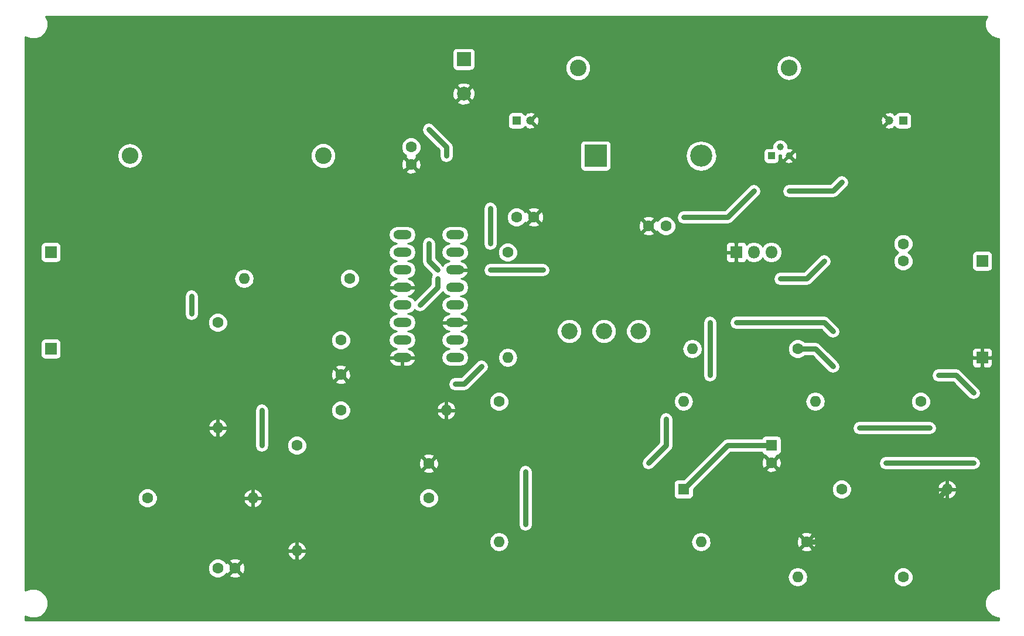
<source format=gbr>
G04 #@! TF.FileFunction,Copper,L1,Top,Signal*
%FSLAX46Y46*%
G04 Gerber Fmt 4.6, Leading zero omitted, Abs format (unit mm)*
G04 Created by KiCad (PCBNEW 4.0.7) date 09/14/18 10:33:28*
%MOMM*%
%LPD*%
G01*
G04 APERTURE LIST*
%ADD10C,0.100000*%
%ADD11R,2.000000X2.000000*%
%ADD12C,2.000000*%
%ADD13C,1.600000*%
%ADD14R,1.200000X1.200000*%
%ADD15C,1.200000*%
%ADD16R,1.600000X1.600000*%
%ADD17R,1.700000X1.700000*%
%ADD18C,2.400000*%
%ADD19O,2.400000X2.400000*%
%ADD20O,2.641600X1.320800*%
%ADD21O,1.600000X1.600000*%
%ADD22C,2.340000*%
%ADD23R,3.200000X3.200000*%
%ADD24O,3.200000X3.200000*%
%ADD25C,1.000000*%
%ADD26R,1.000000X1.000000*%
%ADD27R,1.800000X1.800000*%
%ADD28O,1.800000X1.800000*%
%ADD29C,0.600000*%
%ADD30C,0.750000*%
%ADD31C,0.254000*%
G04 APERTURE END LIST*
D10*
D11*
X129540000Y-48260000D03*
D12*
X129540000Y-53260000D03*
D13*
X121920000Y-60960000D03*
X121920000Y-63460000D03*
D14*
X137160000Y-57150000D03*
D15*
X139160000Y-57150000D03*
D13*
X137160000Y-71120000D03*
X139660000Y-71120000D03*
X93980000Y-121920000D03*
X96480000Y-121920000D03*
X111760000Y-88900000D03*
X111760000Y-93900000D03*
X124460000Y-111760000D03*
X124460000Y-106760000D03*
D16*
X173990000Y-104140000D03*
D13*
X173990000Y-106640000D03*
X193040000Y-77470000D03*
X193040000Y-74970000D03*
D14*
X193040000Y-57150000D03*
D15*
X191040000Y-57150000D03*
D13*
X158750000Y-72390000D03*
X156250000Y-72390000D03*
D17*
X69850000Y-76200000D03*
X69850000Y-90170000D03*
D18*
X146050000Y-49530000D03*
D19*
X176530000Y-49530000D03*
D17*
X204470000Y-77470000D03*
X204470000Y-91440000D03*
D18*
X109220000Y-62230000D03*
D19*
X81280000Y-62230000D03*
D20*
X120650000Y-73660000D03*
X120650000Y-76200000D03*
X120650000Y-88900000D03*
X120650000Y-91440000D03*
X120650000Y-78740000D03*
X120650000Y-81280000D03*
X120650000Y-86360000D03*
X120650000Y-83820000D03*
X128270000Y-91440000D03*
X128270000Y-88900000D03*
X128270000Y-86360000D03*
X128270000Y-83820000D03*
X128270000Y-81280000D03*
X128270000Y-78740000D03*
X128270000Y-76200000D03*
X128270000Y-73660000D03*
D13*
X113030000Y-80010000D03*
D21*
X97790000Y-80010000D03*
D13*
X93980000Y-86360000D03*
D21*
X93980000Y-101600000D03*
D13*
X111760000Y-99060000D03*
D21*
X127000000Y-99060000D03*
D22*
X154780000Y-87630000D03*
X149780000Y-87630000D03*
X144780000Y-87630000D03*
D13*
X135890000Y-76200000D03*
D21*
X135890000Y-91440000D03*
D13*
X83820000Y-111760000D03*
D21*
X99060000Y-111760000D03*
D13*
X105410000Y-104140000D03*
D21*
X105410000Y-119380000D03*
D13*
X134620000Y-97790000D03*
D21*
X134620000Y-118110000D03*
D13*
X179070000Y-118110000D03*
D21*
X163830000Y-118110000D03*
D13*
X193040000Y-123190000D03*
D21*
X177800000Y-123190000D03*
D13*
X177800000Y-90170000D03*
D21*
X162560000Y-90170000D03*
D13*
X184150000Y-110490000D03*
D21*
X199390000Y-110490000D03*
D13*
X195580000Y-97790000D03*
D21*
X180340000Y-97790000D03*
D16*
X161290000Y-110490000D03*
D21*
X161290000Y-97790000D03*
D23*
X148590000Y-62230000D03*
D24*
X163830000Y-62230000D03*
D25*
X175260000Y-60960000D03*
X176530000Y-62230000D03*
D26*
X173990000Y-62230000D03*
D27*
X168910000Y-76200000D03*
D28*
X171450000Y-76200000D03*
X173990000Y-76200000D03*
D29*
X133350000Y-74930000D03*
X133350000Y-69850000D03*
X127000000Y-62230000D03*
X124460000Y-58420000D03*
X133350000Y-78740000D03*
X140970000Y-78740000D03*
X165100000Y-86360000D03*
X165100000Y-93980000D03*
X186690000Y-101600000D03*
X196850000Y-101600000D03*
X116840000Y-90170000D03*
X116840000Y-82869998D03*
X132080000Y-87630000D03*
X132080000Y-82550000D03*
X180340000Y-104140000D03*
X173990000Y-99060000D03*
X154940000Y-74930000D03*
X158750000Y-74930000D03*
X130810000Y-78740000D03*
X130810000Y-74930000D03*
X166370000Y-72390000D03*
X181610000Y-72390000D03*
X175260000Y-80010000D03*
X181610000Y-77470000D03*
X161290000Y-71120000D03*
X171450000Y-67310000D03*
X176530000Y-67310000D03*
X184150000Y-66040000D03*
X168910000Y-86360000D03*
X182880000Y-87630000D03*
X124460000Y-74930000D03*
X125730000Y-78740000D03*
X125730000Y-80010000D03*
X123190000Y-83820000D03*
X128270000Y-95250000D03*
X132080000Y-92710000D03*
X138430000Y-115570000D03*
X138430000Y-107950000D03*
X90170000Y-82550000D03*
X90170000Y-85090000D03*
X100330000Y-104140000D03*
X100330000Y-99060000D03*
X158750000Y-100330000D03*
X156210000Y-106680000D03*
X182880000Y-92710000D03*
X198120000Y-93980000D03*
X203200000Y-96520000D03*
X203200000Y-106680000D03*
X190500000Y-106680000D03*
D30*
X133350000Y-69850000D02*
X133350000Y-74930000D01*
X127000000Y-60960000D02*
X127000000Y-62230000D01*
X124460000Y-58420000D02*
X127000000Y-60960000D01*
X133350000Y-78740000D02*
X140970000Y-78740000D01*
X165100000Y-86360000D02*
X165100000Y-93980000D01*
X186690000Y-101600000D02*
X196850000Y-101600000D01*
X116840000Y-82869998D02*
X116840000Y-90170000D01*
X132080000Y-82550000D02*
X132080000Y-87630000D01*
X179070000Y-102870000D02*
X180340000Y-104140000D01*
X177800000Y-102870000D02*
X179070000Y-102870000D01*
X173990000Y-99060000D02*
X177800000Y-102870000D01*
X158750000Y-74930000D02*
X154940000Y-74930000D01*
X130810000Y-74930000D02*
X130810000Y-78740000D01*
X181610000Y-72390000D02*
X166370000Y-72390000D01*
X191770000Y-118110000D02*
X199390000Y-110490000D01*
X179070000Y-118110000D02*
X191770000Y-118110000D01*
X173990000Y-104140000D02*
X167640000Y-104140000D01*
X167640000Y-104140000D02*
X161290000Y-110490000D01*
X179070000Y-80010000D02*
X175260000Y-80010000D01*
X181610000Y-77470000D02*
X179070000Y-80010000D01*
X167640000Y-71120000D02*
X161290000Y-71120000D01*
X171450000Y-67310000D02*
X167640000Y-71120000D01*
X182880000Y-67310000D02*
X176530000Y-67310000D01*
X184150000Y-66040000D02*
X182880000Y-67310000D01*
X181610000Y-86360000D02*
X168910000Y-86360000D01*
X182880000Y-87630000D02*
X181610000Y-86360000D01*
X124460000Y-77470000D02*
X124460000Y-74930000D01*
X125730000Y-78740000D02*
X124460000Y-77470000D01*
X125730000Y-81280000D02*
X125730000Y-80010000D01*
X123190000Y-83820000D02*
X125730000Y-81280000D01*
X129540000Y-95250000D02*
X128270000Y-95250000D01*
X132080000Y-92710000D02*
X129540000Y-95250000D01*
X138430000Y-107950000D02*
X138430000Y-115570000D01*
X90170000Y-85090000D02*
X90170000Y-82550000D01*
X100330000Y-99060000D02*
X100330000Y-104140000D01*
X158750000Y-104140000D02*
X158750000Y-100330000D01*
X156210000Y-106680000D02*
X158750000Y-104140000D01*
X180340000Y-90170000D02*
X177800000Y-90170000D01*
X182880000Y-92710000D02*
X180340000Y-90170000D01*
X200660000Y-93980000D02*
X198120000Y-93980000D01*
X203200000Y-96520000D02*
X200660000Y-93980000D01*
X190500000Y-106680000D02*
X203200000Y-106680000D01*
D31*
G36*
X204875372Y-42753459D02*
X204874630Y-43602815D01*
X205198980Y-44387800D01*
X205799041Y-44988909D01*
X206583459Y-45314628D01*
X206883000Y-45314890D01*
X206883000Y-124864888D01*
X206587185Y-124864630D01*
X205802200Y-125188980D01*
X205201091Y-125789041D01*
X204875372Y-126573459D01*
X204874630Y-127422815D01*
X205198980Y-128207800D01*
X205799041Y-128808909D01*
X206583459Y-129134628D01*
X206883000Y-129134890D01*
X206883000Y-129413000D01*
X66167000Y-129413000D01*
X66167000Y-128837128D01*
X66883459Y-129134628D01*
X67732815Y-129135370D01*
X68517800Y-128811020D01*
X69118909Y-128210959D01*
X69444628Y-127426541D01*
X69445370Y-126577185D01*
X69121020Y-125792200D01*
X68520959Y-125191091D01*
X67736541Y-124865372D01*
X66887185Y-124864630D01*
X66167000Y-125162205D01*
X66167000Y-122204187D01*
X92544752Y-122204187D01*
X92762757Y-122731800D01*
X93166077Y-123135824D01*
X93693309Y-123354750D01*
X94264187Y-123355248D01*
X94791800Y-123137243D01*
X95001663Y-122927745D01*
X95651861Y-122927745D01*
X95725995Y-123173864D01*
X96263223Y-123366965D01*
X96833454Y-123339778D01*
X97195049Y-123190000D01*
X176336887Y-123190000D01*
X176446120Y-123739151D01*
X176757189Y-124204698D01*
X177222736Y-124515767D01*
X177771887Y-124625000D01*
X177828113Y-124625000D01*
X178377264Y-124515767D01*
X178842811Y-124204698D01*
X179153880Y-123739151D01*
X179206584Y-123474187D01*
X191604752Y-123474187D01*
X191822757Y-124001800D01*
X192226077Y-124405824D01*
X192753309Y-124624750D01*
X193324187Y-124625248D01*
X193851800Y-124407243D01*
X194255824Y-124003923D01*
X194474750Y-123476691D01*
X194475248Y-122905813D01*
X194257243Y-122378200D01*
X193853923Y-121974176D01*
X193326691Y-121755250D01*
X192755813Y-121754752D01*
X192228200Y-121972757D01*
X191824176Y-122376077D01*
X191605250Y-122903309D01*
X191604752Y-123474187D01*
X179206584Y-123474187D01*
X179263113Y-123190000D01*
X179153880Y-122640849D01*
X178842811Y-122175302D01*
X178377264Y-121864233D01*
X177828113Y-121755000D01*
X177771887Y-121755000D01*
X177222736Y-121864233D01*
X176757189Y-122175302D01*
X176446120Y-122640849D01*
X176336887Y-123190000D01*
X97195049Y-123190000D01*
X97234005Y-123173864D01*
X97308139Y-122927745D01*
X96480000Y-122099605D01*
X95651861Y-122927745D01*
X95001663Y-122927745D01*
X95195824Y-122733923D01*
X95223423Y-122667456D01*
X95226136Y-122674005D01*
X95472255Y-122748139D01*
X96300395Y-121920000D01*
X96659605Y-121920000D01*
X97487745Y-122748139D01*
X97733864Y-122674005D01*
X97926965Y-122136777D01*
X97899778Y-121566546D01*
X97733864Y-121165995D01*
X97487745Y-121091861D01*
X96659605Y-121920000D01*
X96300395Y-121920000D01*
X95472255Y-121091861D01*
X95226136Y-121165995D01*
X95223804Y-121172483D01*
X95197243Y-121108200D01*
X95001640Y-120912255D01*
X95651861Y-120912255D01*
X96480000Y-121740395D01*
X97308139Y-120912255D01*
X97234005Y-120666136D01*
X96696777Y-120473035D01*
X96126546Y-120500222D01*
X95725995Y-120666136D01*
X95651861Y-120912255D01*
X95001640Y-120912255D01*
X94793923Y-120704176D01*
X94266691Y-120485250D01*
X93695813Y-120484752D01*
X93168200Y-120702757D01*
X92764176Y-121106077D01*
X92545250Y-121633309D01*
X92544752Y-122204187D01*
X66167000Y-122204187D01*
X66167000Y-119729041D01*
X104018086Y-119729041D01*
X104257611Y-120235134D01*
X104672577Y-120611041D01*
X105060961Y-120771904D01*
X105283000Y-120649915D01*
X105283000Y-119507000D01*
X105537000Y-119507000D01*
X105537000Y-120649915D01*
X105759039Y-120771904D01*
X106147423Y-120611041D01*
X106562389Y-120235134D01*
X106801914Y-119729041D01*
X106680629Y-119507000D01*
X105537000Y-119507000D01*
X105283000Y-119507000D01*
X104139371Y-119507000D01*
X104018086Y-119729041D01*
X66167000Y-119729041D01*
X66167000Y-119030959D01*
X104018086Y-119030959D01*
X104139371Y-119253000D01*
X105283000Y-119253000D01*
X105283000Y-118110085D01*
X105537000Y-118110085D01*
X105537000Y-119253000D01*
X106680629Y-119253000D01*
X106801914Y-119030959D01*
X106562389Y-118524866D01*
X106147423Y-118148959D01*
X105985486Y-118081887D01*
X133185000Y-118081887D01*
X133185000Y-118138113D01*
X133294233Y-118687264D01*
X133605302Y-119152811D01*
X134070849Y-119463880D01*
X134620000Y-119573113D01*
X135169151Y-119463880D01*
X135634698Y-119152811D01*
X135945767Y-118687264D01*
X136055000Y-118138113D01*
X136055000Y-118110000D01*
X162366887Y-118110000D01*
X162476120Y-118659151D01*
X162787189Y-119124698D01*
X163252736Y-119435767D01*
X163801887Y-119545000D01*
X163858113Y-119545000D01*
X164407264Y-119435767D01*
X164872811Y-119124698D01*
X164877456Y-119117745D01*
X178241861Y-119117745D01*
X178315995Y-119363864D01*
X178853223Y-119556965D01*
X179423454Y-119529778D01*
X179824005Y-119363864D01*
X179898139Y-119117745D01*
X179070000Y-118289605D01*
X178241861Y-119117745D01*
X164877456Y-119117745D01*
X165183880Y-118659151D01*
X165293113Y-118110000D01*
X165249994Y-117893223D01*
X177623035Y-117893223D01*
X177650222Y-118463454D01*
X177816136Y-118864005D01*
X178062255Y-118938139D01*
X178890395Y-118110000D01*
X179249605Y-118110000D01*
X180077745Y-118938139D01*
X180323864Y-118864005D01*
X180516965Y-118326777D01*
X180489778Y-117756546D01*
X180323864Y-117355995D01*
X180077745Y-117281861D01*
X179249605Y-118110000D01*
X178890395Y-118110000D01*
X178062255Y-117281861D01*
X177816136Y-117355995D01*
X177623035Y-117893223D01*
X165249994Y-117893223D01*
X165183880Y-117560849D01*
X164877457Y-117102255D01*
X178241861Y-117102255D01*
X179070000Y-117930395D01*
X179898139Y-117102255D01*
X179824005Y-116856136D01*
X179286777Y-116663035D01*
X178716546Y-116690222D01*
X178315995Y-116856136D01*
X178241861Y-117102255D01*
X164877457Y-117102255D01*
X164872811Y-117095302D01*
X164407264Y-116784233D01*
X163858113Y-116675000D01*
X163801887Y-116675000D01*
X163252736Y-116784233D01*
X162787189Y-117095302D01*
X162476120Y-117560849D01*
X162366887Y-118110000D01*
X136055000Y-118110000D01*
X136055000Y-118081887D01*
X135945767Y-117532736D01*
X135634698Y-117067189D01*
X135169151Y-116756120D01*
X134620000Y-116646887D01*
X134070849Y-116756120D01*
X133605302Y-117067189D01*
X133294233Y-117532736D01*
X133185000Y-118081887D01*
X105985486Y-118081887D01*
X105759039Y-117988096D01*
X105537000Y-118110085D01*
X105283000Y-118110085D01*
X105060961Y-117988096D01*
X104672577Y-118148959D01*
X104257611Y-118524866D01*
X104018086Y-119030959D01*
X66167000Y-119030959D01*
X66167000Y-112044187D01*
X82384752Y-112044187D01*
X82602757Y-112571800D01*
X83006077Y-112975824D01*
X83533309Y-113194750D01*
X84104187Y-113195248D01*
X84631800Y-112977243D01*
X85035824Y-112573923D01*
X85228860Y-112109039D01*
X97668096Y-112109039D01*
X97828959Y-112497423D01*
X98204866Y-112912389D01*
X98710959Y-113151914D01*
X98933000Y-113030629D01*
X98933000Y-111887000D01*
X99187000Y-111887000D01*
X99187000Y-113030629D01*
X99409041Y-113151914D01*
X99915134Y-112912389D01*
X100291041Y-112497423D01*
X100451904Y-112109039D01*
X100416275Y-112044187D01*
X123024752Y-112044187D01*
X123242757Y-112571800D01*
X123646077Y-112975824D01*
X124173309Y-113194750D01*
X124744187Y-113195248D01*
X125271800Y-112977243D01*
X125675824Y-112573923D01*
X125894750Y-112046691D01*
X125895248Y-111475813D01*
X125677243Y-110948200D01*
X125273923Y-110544176D01*
X124746691Y-110325250D01*
X124175813Y-110324752D01*
X123648200Y-110542757D01*
X123244176Y-110946077D01*
X123025250Y-111473309D01*
X123024752Y-112044187D01*
X100416275Y-112044187D01*
X100329915Y-111887000D01*
X99187000Y-111887000D01*
X98933000Y-111887000D01*
X97790085Y-111887000D01*
X97668096Y-112109039D01*
X85228860Y-112109039D01*
X85254750Y-112046691D01*
X85255248Y-111475813D01*
X85228452Y-111410961D01*
X97668096Y-111410961D01*
X97790085Y-111633000D01*
X98933000Y-111633000D01*
X98933000Y-110489371D01*
X99187000Y-110489371D01*
X99187000Y-111633000D01*
X100329915Y-111633000D01*
X100451904Y-111410961D01*
X100291041Y-111022577D01*
X99915134Y-110607611D01*
X99409041Y-110368086D01*
X99187000Y-110489371D01*
X98933000Y-110489371D01*
X98710959Y-110368086D01*
X98204866Y-110607611D01*
X97828959Y-111022577D01*
X97668096Y-111410961D01*
X85228452Y-111410961D01*
X85037243Y-110948200D01*
X84633923Y-110544176D01*
X84106691Y-110325250D01*
X83535813Y-110324752D01*
X83008200Y-110542757D01*
X82604176Y-110946077D01*
X82385250Y-111473309D01*
X82384752Y-112044187D01*
X66167000Y-112044187D01*
X66167000Y-107767745D01*
X123631861Y-107767745D01*
X123705995Y-108013864D01*
X124243223Y-108206965D01*
X124813454Y-108179778D01*
X125214005Y-108013864D01*
X125233241Y-107950000D01*
X137420000Y-107950000D01*
X137420000Y-115570000D01*
X137496882Y-115956510D01*
X137715822Y-116284178D01*
X138043490Y-116503118D01*
X138430000Y-116580000D01*
X138816510Y-116503118D01*
X139144178Y-116284178D01*
X139363118Y-115956510D01*
X139440000Y-115570000D01*
X139440000Y-109690000D01*
X159842560Y-109690000D01*
X159842560Y-111290000D01*
X159886838Y-111525317D01*
X160025910Y-111741441D01*
X160238110Y-111886431D01*
X160490000Y-111937440D01*
X162090000Y-111937440D01*
X162325317Y-111893162D01*
X162541441Y-111754090D01*
X162686431Y-111541890D01*
X162737440Y-111290000D01*
X162737440Y-110774187D01*
X182714752Y-110774187D01*
X182932757Y-111301800D01*
X183336077Y-111705824D01*
X183863309Y-111924750D01*
X184434187Y-111925248D01*
X184961800Y-111707243D01*
X185365824Y-111303923D01*
X185558860Y-110839039D01*
X197998096Y-110839039D01*
X198158959Y-111227423D01*
X198534866Y-111642389D01*
X199040959Y-111881914D01*
X199263000Y-111760629D01*
X199263000Y-110617000D01*
X199517000Y-110617000D01*
X199517000Y-111760629D01*
X199739041Y-111881914D01*
X200245134Y-111642389D01*
X200621041Y-111227423D01*
X200781904Y-110839039D01*
X200659915Y-110617000D01*
X199517000Y-110617000D01*
X199263000Y-110617000D01*
X198120085Y-110617000D01*
X197998096Y-110839039D01*
X185558860Y-110839039D01*
X185584750Y-110776691D01*
X185585248Y-110205813D01*
X185558452Y-110140961D01*
X197998096Y-110140961D01*
X198120085Y-110363000D01*
X199263000Y-110363000D01*
X199263000Y-109219371D01*
X199517000Y-109219371D01*
X199517000Y-110363000D01*
X200659915Y-110363000D01*
X200781904Y-110140961D01*
X200621041Y-109752577D01*
X200245134Y-109337611D01*
X199739041Y-109098086D01*
X199517000Y-109219371D01*
X199263000Y-109219371D01*
X199040959Y-109098086D01*
X198534866Y-109337611D01*
X198158959Y-109752577D01*
X197998096Y-110140961D01*
X185558452Y-110140961D01*
X185367243Y-109678200D01*
X184963923Y-109274176D01*
X184436691Y-109055250D01*
X183865813Y-109054752D01*
X183338200Y-109272757D01*
X182934176Y-109676077D01*
X182715250Y-110203309D01*
X182714752Y-110774187D01*
X162737440Y-110774187D01*
X162737440Y-110470916D01*
X165560611Y-107647745D01*
X173161861Y-107647745D01*
X173235995Y-107893864D01*
X173773223Y-108086965D01*
X174343454Y-108059778D01*
X174744005Y-107893864D01*
X174818139Y-107647745D01*
X173990000Y-106819605D01*
X173161861Y-107647745D01*
X165560611Y-107647745D01*
X166785133Y-106423223D01*
X172543035Y-106423223D01*
X172570222Y-106993454D01*
X172736136Y-107394005D01*
X172982255Y-107468139D01*
X173810395Y-106640000D01*
X174169605Y-106640000D01*
X174997745Y-107468139D01*
X175243864Y-107394005D01*
X175436965Y-106856777D01*
X175428537Y-106680000D01*
X189490000Y-106680000D01*
X189566882Y-107066510D01*
X189785822Y-107394178D01*
X190113490Y-107613118D01*
X190500000Y-107690000D01*
X203200000Y-107690000D01*
X203586510Y-107613118D01*
X203914178Y-107394178D01*
X204133118Y-107066510D01*
X204210000Y-106680000D01*
X204133118Y-106293490D01*
X203914178Y-105965822D01*
X203586510Y-105746882D01*
X203200000Y-105670000D01*
X190500000Y-105670000D01*
X190113490Y-105746882D01*
X189785822Y-105965822D01*
X189566882Y-106293490D01*
X189490000Y-106680000D01*
X175428537Y-106680000D01*
X175409778Y-106286546D01*
X175243864Y-105885995D01*
X174997745Y-105811861D01*
X174169605Y-106640000D01*
X173810395Y-106640000D01*
X172982255Y-105811861D01*
X172736136Y-105885995D01*
X172543035Y-106423223D01*
X166785133Y-106423223D01*
X168058356Y-105150000D01*
X172582074Y-105150000D01*
X172586838Y-105175317D01*
X172725910Y-105391441D01*
X172938110Y-105536431D01*
X173176201Y-105584646D01*
X173161861Y-105632255D01*
X173990000Y-106460395D01*
X174818139Y-105632255D01*
X174803855Y-105584833D01*
X175025317Y-105543162D01*
X175241441Y-105404090D01*
X175386431Y-105191890D01*
X175437440Y-104940000D01*
X175437440Y-103340000D01*
X175393162Y-103104683D01*
X175254090Y-102888559D01*
X175041890Y-102743569D01*
X174790000Y-102692560D01*
X173190000Y-102692560D01*
X172954683Y-102736838D01*
X172738559Y-102875910D01*
X172593569Y-103088110D01*
X172585086Y-103130000D01*
X167640000Y-103130000D01*
X167253490Y-103206882D01*
X166925822Y-103425822D01*
X161309084Y-109042560D01*
X160490000Y-109042560D01*
X160254683Y-109086838D01*
X160038559Y-109225910D01*
X159893569Y-109438110D01*
X159842560Y-109690000D01*
X139440000Y-109690000D01*
X139440000Y-107950000D01*
X139363118Y-107563490D01*
X139144178Y-107235822D01*
X138816510Y-107016882D01*
X138430000Y-106940000D01*
X138043490Y-107016882D01*
X137715822Y-107235822D01*
X137496882Y-107563490D01*
X137420000Y-107950000D01*
X125233241Y-107950000D01*
X125288139Y-107767745D01*
X124460000Y-106939605D01*
X123631861Y-107767745D01*
X66167000Y-107767745D01*
X66167000Y-106543223D01*
X123013035Y-106543223D01*
X123040222Y-107113454D01*
X123206136Y-107514005D01*
X123452255Y-107588139D01*
X124280395Y-106760000D01*
X124639605Y-106760000D01*
X125467745Y-107588139D01*
X125713864Y-107514005D01*
X125906965Y-106976777D01*
X125892816Y-106680000D01*
X155200000Y-106680000D01*
X155276882Y-107066510D01*
X155495822Y-107394178D01*
X155823490Y-107613118D01*
X156210000Y-107690000D01*
X156596510Y-107613118D01*
X156924178Y-107394178D01*
X159464178Y-104854178D01*
X159683118Y-104526511D01*
X159760000Y-104140000D01*
X159760000Y-101600000D01*
X185680000Y-101600000D01*
X185756882Y-101986510D01*
X185975822Y-102314178D01*
X186303490Y-102533118D01*
X186690000Y-102610000D01*
X196850000Y-102610000D01*
X197236510Y-102533118D01*
X197564178Y-102314178D01*
X197783118Y-101986510D01*
X197860000Y-101600000D01*
X197783118Y-101213490D01*
X197564178Y-100885822D01*
X197236510Y-100666882D01*
X196850000Y-100590000D01*
X186690000Y-100590000D01*
X186303490Y-100666882D01*
X185975822Y-100885822D01*
X185756882Y-101213490D01*
X185680000Y-101600000D01*
X159760000Y-101600000D01*
X159760000Y-100330000D01*
X159683118Y-99943490D01*
X159464178Y-99615822D01*
X159136510Y-99396882D01*
X158750000Y-99320000D01*
X158363490Y-99396882D01*
X158035822Y-99615822D01*
X157816882Y-99943490D01*
X157740000Y-100330000D01*
X157740000Y-103721644D01*
X155495822Y-105965822D01*
X155276882Y-106293490D01*
X155200000Y-106680000D01*
X125892816Y-106680000D01*
X125879778Y-106406546D01*
X125713864Y-106005995D01*
X125467745Y-105931861D01*
X124639605Y-106760000D01*
X124280395Y-106760000D01*
X123452255Y-105931861D01*
X123206136Y-106005995D01*
X123013035Y-106543223D01*
X66167000Y-106543223D01*
X66167000Y-105752255D01*
X123631861Y-105752255D01*
X124460000Y-106580395D01*
X125288139Y-105752255D01*
X125214005Y-105506136D01*
X124676777Y-105313035D01*
X124106546Y-105340222D01*
X123705995Y-105506136D01*
X123631861Y-105752255D01*
X66167000Y-105752255D01*
X66167000Y-101949041D01*
X92588086Y-101949041D01*
X92827611Y-102455134D01*
X93242577Y-102831041D01*
X93630961Y-102991904D01*
X93853000Y-102869915D01*
X93853000Y-101727000D01*
X94107000Y-101727000D01*
X94107000Y-102869915D01*
X94329039Y-102991904D01*
X94717423Y-102831041D01*
X95132389Y-102455134D01*
X95371914Y-101949041D01*
X95250629Y-101727000D01*
X94107000Y-101727000D01*
X93853000Y-101727000D01*
X92709371Y-101727000D01*
X92588086Y-101949041D01*
X66167000Y-101949041D01*
X66167000Y-101250959D01*
X92588086Y-101250959D01*
X92709371Y-101473000D01*
X93853000Y-101473000D01*
X93853000Y-100330085D01*
X94107000Y-100330085D01*
X94107000Y-101473000D01*
X95250629Y-101473000D01*
X95371914Y-101250959D01*
X95132389Y-100744866D01*
X94717423Y-100368959D01*
X94329039Y-100208096D01*
X94107000Y-100330085D01*
X93853000Y-100330085D01*
X93630961Y-100208096D01*
X93242577Y-100368959D01*
X92827611Y-100744866D01*
X92588086Y-101250959D01*
X66167000Y-101250959D01*
X66167000Y-99060000D01*
X99320000Y-99060000D01*
X99320000Y-104140000D01*
X99396882Y-104526510D01*
X99615822Y-104854178D01*
X99943490Y-105073118D01*
X100330000Y-105150000D01*
X100716510Y-105073118D01*
X101044178Y-104854178D01*
X101263118Y-104526510D01*
X101283471Y-104424187D01*
X103974752Y-104424187D01*
X104192757Y-104951800D01*
X104596077Y-105355824D01*
X105123309Y-105574750D01*
X105694187Y-105575248D01*
X106221800Y-105357243D01*
X106625824Y-104953923D01*
X106844750Y-104426691D01*
X106845248Y-103855813D01*
X106627243Y-103328200D01*
X106223923Y-102924176D01*
X105696691Y-102705250D01*
X105125813Y-102704752D01*
X104598200Y-102922757D01*
X104194176Y-103326077D01*
X103975250Y-103853309D01*
X103974752Y-104424187D01*
X101283471Y-104424187D01*
X101340000Y-104140000D01*
X101340000Y-99344187D01*
X110324752Y-99344187D01*
X110542757Y-99871800D01*
X110946077Y-100275824D01*
X111473309Y-100494750D01*
X112044187Y-100495248D01*
X112571800Y-100277243D01*
X112975824Y-99873923D01*
X113168860Y-99409039D01*
X125608096Y-99409039D01*
X125768959Y-99797423D01*
X126144866Y-100212389D01*
X126650959Y-100451914D01*
X126873000Y-100330629D01*
X126873000Y-99187000D01*
X127127000Y-99187000D01*
X127127000Y-100330629D01*
X127349041Y-100451914D01*
X127855134Y-100212389D01*
X128231041Y-99797423D01*
X128391904Y-99409039D01*
X128269915Y-99187000D01*
X127127000Y-99187000D01*
X126873000Y-99187000D01*
X125730085Y-99187000D01*
X125608096Y-99409039D01*
X113168860Y-99409039D01*
X113194750Y-99346691D01*
X113195248Y-98775813D01*
X113168452Y-98710961D01*
X125608096Y-98710961D01*
X125730085Y-98933000D01*
X126873000Y-98933000D01*
X126873000Y-97789371D01*
X127127000Y-97789371D01*
X127127000Y-98933000D01*
X128269915Y-98933000D01*
X128391904Y-98710961D01*
X128231041Y-98322577D01*
X128006031Y-98074187D01*
X133184752Y-98074187D01*
X133402757Y-98601800D01*
X133806077Y-99005824D01*
X134333309Y-99224750D01*
X134904187Y-99225248D01*
X135431800Y-99007243D01*
X135835824Y-98603923D01*
X136054750Y-98076691D01*
X136055024Y-97761887D01*
X159855000Y-97761887D01*
X159855000Y-97818113D01*
X159964233Y-98367264D01*
X160275302Y-98832811D01*
X160740849Y-99143880D01*
X161290000Y-99253113D01*
X161839151Y-99143880D01*
X162304698Y-98832811D01*
X162615767Y-98367264D01*
X162725000Y-97818113D01*
X162725000Y-97790000D01*
X178876887Y-97790000D01*
X178986120Y-98339151D01*
X179297189Y-98804698D01*
X179762736Y-99115767D01*
X180311887Y-99225000D01*
X180368113Y-99225000D01*
X180917264Y-99115767D01*
X181382811Y-98804698D01*
X181693880Y-98339151D01*
X181746584Y-98074187D01*
X194144752Y-98074187D01*
X194362757Y-98601800D01*
X194766077Y-99005824D01*
X195293309Y-99224750D01*
X195864187Y-99225248D01*
X196391800Y-99007243D01*
X196795824Y-98603923D01*
X197014750Y-98076691D01*
X197015248Y-97505813D01*
X196797243Y-96978200D01*
X196393923Y-96574176D01*
X195866691Y-96355250D01*
X195295813Y-96354752D01*
X194768200Y-96572757D01*
X194364176Y-96976077D01*
X194145250Y-97503309D01*
X194144752Y-98074187D01*
X181746584Y-98074187D01*
X181803113Y-97790000D01*
X181693880Y-97240849D01*
X181382811Y-96775302D01*
X180917264Y-96464233D01*
X180368113Y-96355000D01*
X180311887Y-96355000D01*
X179762736Y-96464233D01*
X179297189Y-96775302D01*
X178986120Y-97240849D01*
X178876887Y-97790000D01*
X162725000Y-97790000D01*
X162725000Y-97761887D01*
X162615767Y-97212736D01*
X162304698Y-96747189D01*
X161839151Y-96436120D01*
X161290000Y-96326887D01*
X160740849Y-96436120D01*
X160275302Y-96747189D01*
X159964233Y-97212736D01*
X159855000Y-97761887D01*
X136055024Y-97761887D01*
X136055248Y-97505813D01*
X135837243Y-96978200D01*
X135433923Y-96574176D01*
X134906691Y-96355250D01*
X134335813Y-96354752D01*
X133808200Y-96572757D01*
X133404176Y-96976077D01*
X133185250Y-97503309D01*
X133184752Y-98074187D01*
X128006031Y-98074187D01*
X127855134Y-97907611D01*
X127349041Y-97668086D01*
X127127000Y-97789371D01*
X126873000Y-97789371D01*
X126650959Y-97668086D01*
X126144866Y-97907611D01*
X125768959Y-98322577D01*
X125608096Y-98710961D01*
X113168452Y-98710961D01*
X112977243Y-98248200D01*
X112573923Y-97844176D01*
X112046691Y-97625250D01*
X111475813Y-97624752D01*
X110948200Y-97842757D01*
X110544176Y-98246077D01*
X110325250Y-98773309D01*
X110324752Y-99344187D01*
X101340000Y-99344187D01*
X101340000Y-99060000D01*
X101263118Y-98673490D01*
X101044178Y-98345822D01*
X100716510Y-98126882D01*
X100330000Y-98050000D01*
X99943490Y-98126882D01*
X99615822Y-98345822D01*
X99396882Y-98673490D01*
X99320000Y-99060000D01*
X66167000Y-99060000D01*
X66167000Y-94907745D01*
X110931861Y-94907745D01*
X111005995Y-95153864D01*
X111543223Y-95346965D01*
X112113454Y-95319778D01*
X112281912Y-95250000D01*
X127260000Y-95250000D01*
X127336882Y-95636510D01*
X127555822Y-95964178D01*
X127883490Y-96183118D01*
X128270000Y-96260000D01*
X129540000Y-96260000D01*
X129926510Y-96183118D01*
X130254178Y-95964178D01*
X132794178Y-93424178D01*
X133013118Y-93096511D01*
X133090000Y-92710000D01*
X133013118Y-92323490D01*
X132794178Y-91995822D01*
X132466510Y-91776882D01*
X132080000Y-91700000D01*
X131693489Y-91776882D01*
X131365822Y-91995822D01*
X129121644Y-94240000D01*
X128270000Y-94240000D01*
X127883490Y-94316882D01*
X127555822Y-94535822D01*
X127336882Y-94863490D01*
X127260000Y-95250000D01*
X112281912Y-95250000D01*
X112514005Y-95153864D01*
X112588139Y-94907745D01*
X111760000Y-94079605D01*
X110931861Y-94907745D01*
X66167000Y-94907745D01*
X66167000Y-93683223D01*
X110313035Y-93683223D01*
X110340222Y-94253454D01*
X110506136Y-94654005D01*
X110752255Y-94728139D01*
X111580395Y-93900000D01*
X111939605Y-93900000D01*
X112767745Y-94728139D01*
X113013864Y-94654005D01*
X113206965Y-94116777D01*
X113179778Y-93546546D01*
X113013864Y-93145995D01*
X112767745Y-93071861D01*
X111939605Y-93900000D01*
X111580395Y-93900000D01*
X110752255Y-93071861D01*
X110506136Y-93145995D01*
X110313035Y-93683223D01*
X66167000Y-93683223D01*
X66167000Y-92892255D01*
X110931861Y-92892255D01*
X111760000Y-93720395D01*
X112588139Y-92892255D01*
X112514005Y-92646136D01*
X111976777Y-92453035D01*
X111406546Y-92480222D01*
X111005995Y-92646136D01*
X110931861Y-92892255D01*
X66167000Y-92892255D01*
X66167000Y-91767105D01*
X118736180Y-91767105D01*
X118744205Y-91818396D01*
X118983811Y-92266184D01*
X119376539Y-92588193D01*
X119862600Y-92735400D01*
X120523000Y-92735400D01*
X120523000Y-91567000D01*
X120777000Y-91567000D01*
X120777000Y-92735400D01*
X121437400Y-92735400D01*
X121923461Y-92588193D01*
X122316189Y-92266184D01*
X122555795Y-91818396D01*
X122563820Y-91767105D01*
X122439933Y-91567000D01*
X120777000Y-91567000D01*
X120523000Y-91567000D01*
X118860067Y-91567000D01*
X118736180Y-91767105D01*
X66167000Y-91767105D01*
X66167000Y-89320000D01*
X68352560Y-89320000D01*
X68352560Y-91020000D01*
X68396838Y-91255317D01*
X68535910Y-91471441D01*
X68748110Y-91616431D01*
X69000000Y-91667440D01*
X70700000Y-91667440D01*
X70935317Y-91623162D01*
X71151441Y-91484090D01*
X71296431Y-91271890D01*
X71347440Y-91020000D01*
X71347440Y-89320000D01*
X71321885Y-89184187D01*
X110324752Y-89184187D01*
X110542757Y-89711800D01*
X110946077Y-90115824D01*
X111473309Y-90334750D01*
X112044187Y-90335248D01*
X112571800Y-90117243D01*
X112975824Y-89713923D01*
X113194750Y-89186691D01*
X113195248Y-88615813D01*
X112977243Y-88088200D01*
X112573923Y-87684176D01*
X112046691Y-87465250D01*
X111475813Y-87464752D01*
X110948200Y-87682757D01*
X110544176Y-88086077D01*
X110325250Y-88613309D01*
X110324752Y-89184187D01*
X71321885Y-89184187D01*
X71303162Y-89084683D01*
X71164090Y-88868559D01*
X70951890Y-88723569D01*
X70700000Y-88672560D01*
X69000000Y-88672560D01*
X68764683Y-88716838D01*
X68548559Y-88855910D01*
X68403569Y-89068110D01*
X68352560Y-89320000D01*
X66167000Y-89320000D01*
X66167000Y-86644187D01*
X92544752Y-86644187D01*
X92762757Y-87171800D01*
X93166077Y-87575824D01*
X93693309Y-87794750D01*
X94264187Y-87795248D01*
X94791800Y-87577243D01*
X95195824Y-87173923D01*
X95414750Y-86646691D01*
X95415248Y-86075813D01*
X95197243Y-85548200D01*
X94793923Y-85144176D01*
X94266691Y-84925250D01*
X93695813Y-84924752D01*
X93168200Y-85142757D01*
X92764176Y-85546077D01*
X92545250Y-86073309D01*
X92544752Y-86644187D01*
X66167000Y-86644187D01*
X66167000Y-82550000D01*
X89160000Y-82550000D01*
X89160000Y-85090000D01*
X89236882Y-85476510D01*
X89455822Y-85804178D01*
X89783490Y-86023118D01*
X90170000Y-86100000D01*
X90556510Y-86023118D01*
X90884178Y-85804178D01*
X91103118Y-85476510D01*
X91180000Y-85090000D01*
X91180000Y-83820000D01*
X118655884Y-83820000D01*
X118754490Y-84315728D01*
X119035298Y-84735986D01*
X119455556Y-85016794D01*
X119823589Y-85090000D01*
X119455556Y-85163206D01*
X119035298Y-85444014D01*
X118754490Y-85864272D01*
X118655884Y-86360000D01*
X118754490Y-86855728D01*
X119035298Y-87275986D01*
X119455556Y-87556794D01*
X119823589Y-87630000D01*
X119455556Y-87703206D01*
X119035298Y-87984014D01*
X118754490Y-88404272D01*
X118655884Y-88900000D01*
X118754490Y-89395728D01*
X119035298Y-89815986D01*
X119455556Y-90096794D01*
X119796514Y-90164615D01*
X119376539Y-90291807D01*
X118983811Y-90613816D01*
X118744205Y-91061604D01*
X118736180Y-91112895D01*
X118860067Y-91313000D01*
X120523000Y-91313000D01*
X120523000Y-91293000D01*
X120777000Y-91293000D01*
X120777000Y-91313000D01*
X122439933Y-91313000D01*
X122563820Y-91112895D01*
X122555795Y-91061604D01*
X122316189Y-90613816D01*
X121923461Y-90291807D01*
X121503486Y-90164615D01*
X121844444Y-90096794D01*
X122264702Y-89815986D01*
X122545510Y-89395728D01*
X122644116Y-88900000D01*
X126275884Y-88900000D01*
X126374490Y-89395728D01*
X126655298Y-89815986D01*
X127075556Y-90096794D01*
X127443589Y-90170000D01*
X127075556Y-90243206D01*
X126655298Y-90524014D01*
X126374490Y-90944272D01*
X126275884Y-91440000D01*
X126374490Y-91935728D01*
X126655298Y-92355986D01*
X127075556Y-92636794D01*
X127571284Y-92735400D01*
X128968716Y-92735400D01*
X129464444Y-92636794D01*
X129884702Y-92355986D01*
X130165510Y-91935728D01*
X130264116Y-91440000D01*
X130258525Y-91411887D01*
X134455000Y-91411887D01*
X134455000Y-91468113D01*
X134564233Y-92017264D01*
X134875302Y-92482811D01*
X135340849Y-92793880D01*
X135890000Y-92903113D01*
X136439151Y-92793880D01*
X136904698Y-92482811D01*
X137215767Y-92017264D01*
X137325000Y-91468113D01*
X137325000Y-91411887D01*
X137215767Y-90862736D01*
X136904698Y-90397189D01*
X136564687Y-90170000D01*
X161096887Y-90170000D01*
X161206120Y-90719151D01*
X161517189Y-91184698D01*
X161982736Y-91495767D01*
X162531887Y-91605000D01*
X162588113Y-91605000D01*
X163137264Y-91495767D01*
X163602811Y-91184698D01*
X163913880Y-90719151D01*
X164023113Y-90170000D01*
X163913880Y-89620849D01*
X163602811Y-89155302D01*
X163137264Y-88844233D01*
X162588113Y-88735000D01*
X162531887Y-88735000D01*
X161982736Y-88844233D01*
X161517189Y-89155302D01*
X161206120Y-89620849D01*
X161096887Y-90170000D01*
X136564687Y-90170000D01*
X136439151Y-90086120D01*
X135890000Y-89976887D01*
X135340849Y-90086120D01*
X134875302Y-90397189D01*
X134564233Y-90862736D01*
X134455000Y-91411887D01*
X130258525Y-91411887D01*
X130165510Y-90944272D01*
X129884702Y-90524014D01*
X129464444Y-90243206D01*
X129096411Y-90170000D01*
X129464444Y-90096794D01*
X129884702Y-89815986D01*
X130165510Y-89395728D01*
X130264116Y-88900000D01*
X130165510Y-88404272D01*
X129887006Y-87987462D01*
X142974687Y-87987462D01*
X143248903Y-88651115D01*
X143756215Y-89159312D01*
X144419388Y-89434686D01*
X145137462Y-89435313D01*
X145801115Y-89161097D01*
X146309312Y-88653785D01*
X146584686Y-87990612D01*
X146584688Y-87987462D01*
X147974687Y-87987462D01*
X148248903Y-88651115D01*
X148756215Y-89159312D01*
X149419388Y-89434686D01*
X150137462Y-89435313D01*
X150801115Y-89161097D01*
X151309312Y-88653785D01*
X151584686Y-87990612D01*
X151584688Y-87987462D01*
X152974687Y-87987462D01*
X153248903Y-88651115D01*
X153756215Y-89159312D01*
X154419388Y-89434686D01*
X155137462Y-89435313D01*
X155801115Y-89161097D01*
X156309312Y-88653785D01*
X156584686Y-87990612D01*
X156585313Y-87272538D01*
X156311097Y-86608885D01*
X156062646Y-86360000D01*
X164090000Y-86360000D01*
X164090000Y-93980000D01*
X164166882Y-94366510D01*
X164385822Y-94694178D01*
X164713490Y-94913118D01*
X165100000Y-94990000D01*
X165486510Y-94913118D01*
X165814178Y-94694178D01*
X166033118Y-94366510D01*
X166110000Y-93980000D01*
X197110000Y-93980000D01*
X197186882Y-94366510D01*
X197405822Y-94694178D01*
X197733490Y-94913118D01*
X198120000Y-94990000D01*
X200241644Y-94990000D01*
X202485822Y-97234178D01*
X202813489Y-97453118D01*
X203200000Y-97530000D01*
X203586510Y-97453118D01*
X203914178Y-97234178D01*
X204133118Y-96906510D01*
X204210000Y-96520000D01*
X204133118Y-96133489D01*
X203914178Y-95805822D01*
X201374178Y-93265822D01*
X201046510Y-93046882D01*
X200660000Y-92970000D01*
X198120000Y-92970000D01*
X197733490Y-93046882D01*
X197405822Y-93265822D01*
X197186882Y-93593490D01*
X197110000Y-93980000D01*
X166110000Y-93980000D01*
X166110000Y-90454187D01*
X176364752Y-90454187D01*
X176582757Y-90981800D01*
X176986077Y-91385824D01*
X177513309Y-91604750D01*
X178084187Y-91605248D01*
X178611800Y-91387243D01*
X178819405Y-91180000D01*
X179921644Y-91180000D01*
X182165822Y-93424178D01*
X182493489Y-93643118D01*
X182880000Y-93720000D01*
X183266510Y-93643118D01*
X183594178Y-93424178D01*
X183813118Y-93096510D01*
X183890000Y-92710000D01*
X183813118Y-92323489D01*
X183594178Y-91995822D01*
X183324106Y-91725750D01*
X202985000Y-91725750D01*
X202985000Y-92416310D01*
X203081673Y-92649699D01*
X203260302Y-92828327D01*
X203493691Y-92925000D01*
X204184250Y-92925000D01*
X204343000Y-92766250D01*
X204343000Y-91567000D01*
X204597000Y-91567000D01*
X204597000Y-92766250D01*
X204755750Y-92925000D01*
X205446309Y-92925000D01*
X205679698Y-92828327D01*
X205858327Y-92649699D01*
X205955000Y-92416310D01*
X205955000Y-91725750D01*
X205796250Y-91567000D01*
X204597000Y-91567000D01*
X204343000Y-91567000D01*
X203143750Y-91567000D01*
X202985000Y-91725750D01*
X183324106Y-91725750D01*
X182062046Y-90463690D01*
X202985000Y-90463690D01*
X202985000Y-91154250D01*
X203143750Y-91313000D01*
X204343000Y-91313000D01*
X204343000Y-90113750D01*
X204597000Y-90113750D01*
X204597000Y-91313000D01*
X205796250Y-91313000D01*
X205955000Y-91154250D01*
X205955000Y-90463690D01*
X205858327Y-90230301D01*
X205679698Y-90051673D01*
X205446309Y-89955000D01*
X204755750Y-89955000D01*
X204597000Y-90113750D01*
X204343000Y-90113750D01*
X204184250Y-89955000D01*
X203493691Y-89955000D01*
X203260302Y-90051673D01*
X203081673Y-90230301D01*
X202985000Y-90463690D01*
X182062046Y-90463690D01*
X181054178Y-89455822D01*
X180726510Y-89236882D01*
X180340000Y-89160000D01*
X178819388Y-89160000D01*
X178613923Y-88954176D01*
X178086691Y-88735250D01*
X177515813Y-88734752D01*
X176988200Y-88952757D01*
X176584176Y-89356077D01*
X176365250Y-89883309D01*
X176364752Y-90454187D01*
X166110000Y-90454187D01*
X166110000Y-86360000D01*
X167900000Y-86360000D01*
X167976882Y-86746510D01*
X168195822Y-87074178D01*
X168523490Y-87293118D01*
X168910000Y-87370000D01*
X181191644Y-87370000D01*
X182165822Y-88344178D01*
X182493490Y-88563118D01*
X182880000Y-88640000D01*
X183266510Y-88563118D01*
X183594178Y-88344178D01*
X183813118Y-88016510D01*
X183890000Y-87630000D01*
X183813118Y-87243490D01*
X183594178Y-86915822D01*
X182324178Y-85645822D01*
X181996510Y-85426882D01*
X181610000Y-85350000D01*
X168910000Y-85350000D01*
X168523490Y-85426882D01*
X168195822Y-85645822D01*
X167976882Y-85973490D01*
X167900000Y-86360000D01*
X166110000Y-86360000D01*
X166033118Y-85973490D01*
X165814178Y-85645822D01*
X165486510Y-85426882D01*
X165100000Y-85350000D01*
X164713490Y-85426882D01*
X164385822Y-85645822D01*
X164166882Y-85973490D01*
X164090000Y-86360000D01*
X156062646Y-86360000D01*
X155803785Y-86100688D01*
X155140612Y-85825314D01*
X154422538Y-85824687D01*
X153758885Y-86098903D01*
X153250688Y-86606215D01*
X152975314Y-87269388D01*
X152974687Y-87987462D01*
X151584688Y-87987462D01*
X151585313Y-87272538D01*
X151311097Y-86608885D01*
X150803785Y-86100688D01*
X150140612Y-85825314D01*
X149422538Y-85824687D01*
X148758885Y-86098903D01*
X148250688Y-86606215D01*
X147975314Y-87269388D01*
X147974687Y-87987462D01*
X146584688Y-87987462D01*
X146585313Y-87272538D01*
X146311097Y-86608885D01*
X145803785Y-86100688D01*
X145140612Y-85825314D01*
X144422538Y-85824687D01*
X143758885Y-86098903D01*
X143250688Y-86606215D01*
X142975314Y-87269388D01*
X142974687Y-87987462D01*
X129887006Y-87987462D01*
X129884702Y-87984014D01*
X129464444Y-87703206D01*
X129123486Y-87635385D01*
X129543461Y-87508193D01*
X129936189Y-87186184D01*
X130175795Y-86738396D01*
X130183820Y-86687105D01*
X130059933Y-86487000D01*
X128397000Y-86487000D01*
X128397000Y-86507000D01*
X128143000Y-86507000D01*
X128143000Y-86487000D01*
X126480067Y-86487000D01*
X126356180Y-86687105D01*
X126364205Y-86738396D01*
X126603811Y-87186184D01*
X126996539Y-87508193D01*
X127416514Y-87635385D01*
X127075556Y-87703206D01*
X126655298Y-87984014D01*
X126374490Y-88404272D01*
X126275884Y-88900000D01*
X122644116Y-88900000D01*
X122545510Y-88404272D01*
X122264702Y-87984014D01*
X121844444Y-87703206D01*
X121476411Y-87630000D01*
X121844444Y-87556794D01*
X122264702Y-87275986D01*
X122545510Y-86855728D01*
X122644116Y-86360000D01*
X122545510Y-85864272D01*
X122264702Y-85444014D01*
X121844444Y-85163206D01*
X121476411Y-85090000D01*
X121844444Y-85016794D01*
X122264702Y-84735986D01*
X122437684Y-84477100D01*
X122475822Y-84534178D01*
X122803490Y-84753118D01*
X123190000Y-84830000D01*
X123576510Y-84753118D01*
X123904178Y-84534178D01*
X126444178Y-81994178D01*
X126482316Y-81937101D01*
X126655298Y-82195986D01*
X127075556Y-82476794D01*
X127443589Y-82550000D01*
X127075556Y-82623206D01*
X126655298Y-82904014D01*
X126374490Y-83324272D01*
X126275884Y-83820000D01*
X126374490Y-84315728D01*
X126655298Y-84735986D01*
X127075556Y-85016794D01*
X127416514Y-85084615D01*
X126996539Y-85211807D01*
X126603811Y-85533816D01*
X126364205Y-85981604D01*
X126356180Y-86032895D01*
X126480067Y-86233000D01*
X128143000Y-86233000D01*
X128143000Y-86213000D01*
X128397000Y-86213000D01*
X128397000Y-86233000D01*
X130059933Y-86233000D01*
X130183820Y-86032895D01*
X130175795Y-85981604D01*
X129936189Y-85533816D01*
X129543461Y-85211807D01*
X129123486Y-85084615D01*
X129464444Y-85016794D01*
X129884702Y-84735986D01*
X130165510Y-84315728D01*
X130264116Y-83820000D01*
X130165510Y-83324272D01*
X129884702Y-82904014D01*
X129464444Y-82623206D01*
X129096411Y-82550000D01*
X129464444Y-82476794D01*
X129884702Y-82195986D01*
X130165510Y-81775728D01*
X130264116Y-81280000D01*
X130165510Y-80784272D01*
X129884702Y-80364014D01*
X129464444Y-80083206D01*
X129123486Y-80015385D01*
X129141266Y-80010000D01*
X174250000Y-80010000D01*
X174326882Y-80396510D01*
X174545822Y-80724178D01*
X174873490Y-80943118D01*
X175260000Y-81020000D01*
X179070000Y-81020000D01*
X179456510Y-80943118D01*
X179784178Y-80724178D01*
X182324178Y-78184178D01*
X182543118Y-77856511D01*
X182620000Y-77470000D01*
X182543118Y-77083490D01*
X182324178Y-76755822D01*
X181996510Y-76536882D01*
X181610000Y-76460000D01*
X181223489Y-76536882D01*
X180895822Y-76755822D01*
X178651644Y-79000000D01*
X175260000Y-79000000D01*
X174873490Y-79076882D01*
X174545822Y-79295822D01*
X174326882Y-79623490D01*
X174250000Y-80010000D01*
X129141266Y-80010000D01*
X129543461Y-79888193D01*
X129936189Y-79566184D01*
X130175795Y-79118396D01*
X130183820Y-79067105D01*
X130059933Y-78867000D01*
X128397000Y-78867000D01*
X128397000Y-78887000D01*
X128143000Y-78887000D01*
X128143000Y-78867000D01*
X128123000Y-78867000D01*
X128123000Y-78740000D01*
X132340000Y-78740000D01*
X132416882Y-79126510D01*
X132635822Y-79454178D01*
X132963490Y-79673118D01*
X133350000Y-79750000D01*
X140970000Y-79750000D01*
X141356510Y-79673118D01*
X141684178Y-79454178D01*
X141903118Y-79126510D01*
X141980000Y-78740000D01*
X141903118Y-78353490D01*
X141684178Y-78025822D01*
X141356510Y-77806882D01*
X140970000Y-77730000D01*
X133350000Y-77730000D01*
X132963490Y-77806882D01*
X132635822Y-78025822D01*
X132416882Y-78353490D01*
X132340000Y-78740000D01*
X128123000Y-78740000D01*
X128123000Y-78613000D01*
X128143000Y-78613000D01*
X128143000Y-78593000D01*
X128397000Y-78593000D01*
X128397000Y-78613000D01*
X130059933Y-78613000D01*
X130183820Y-78412895D01*
X130175795Y-78361604D01*
X129936189Y-77913816D01*
X129543461Y-77591807D01*
X129123486Y-77464615D01*
X129464444Y-77396794D01*
X129884702Y-77115986D01*
X130165510Y-76695728D01*
X130207587Y-76484187D01*
X134454752Y-76484187D01*
X134672757Y-77011800D01*
X135076077Y-77415824D01*
X135603309Y-77634750D01*
X136174187Y-77635248D01*
X136701800Y-77417243D01*
X137105824Y-77013923D01*
X137324750Y-76486691D01*
X137324750Y-76485750D01*
X167375000Y-76485750D01*
X167375000Y-77226310D01*
X167471673Y-77459699D01*
X167650302Y-77638327D01*
X167883691Y-77735000D01*
X168624250Y-77735000D01*
X168783000Y-77576250D01*
X168783000Y-76327000D01*
X167533750Y-76327000D01*
X167375000Y-76485750D01*
X137324750Y-76485750D01*
X137325248Y-75915813D01*
X137107243Y-75388200D01*
X136893107Y-75173690D01*
X167375000Y-75173690D01*
X167375000Y-75914250D01*
X167533750Y-76073000D01*
X168783000Y-76073000D01*
X168783000Y-74823750D01*
X169037000Y-74823750D01*
X169037000Y-76073000D01*
X169057000Y-76073000D01*
X169057000Y-76327000D01*
X169037000Y-76327000D01*
X169037000Y-77576250D01*
X169195750Y-77735000D01*
X169936309Y-77735000D01*
X170169698Y-77638327D01*
X170348327Y-77459699D01*
X170401878Y-77330417D01*
X170832509Y-77618155D01*
X171419928Y-77735000D01*
X171480072Y-77735000D01*
X172067491Y-77618155D01*
X172565481Y-77285409D01*
X172720000Y-77054155D01*
X172874519Y-77285409D01*
X173372509Y-77618155D01*
X173959928Y-77735000D01*
X174020072Y-77735000D01*
X174607491Y-77618155D01*
X175105481Y-77285409D01*
X175438227Y-76787419D01*
X175555072Y-76200000D01*
X175438227Y-75612581D01*
X175198756Y-75254187D01*
X191604752Y-75254187D01*
X191822757Y-75781800D01*
X192226077Y-76185824D01*
X192307931Y-76219813D01*
X192228200Y-76252757D01*
X191824176Y-76656077D01*
X191605250Y-77183309D01*
X191604752Y-77754187D01*
X191822757Y-78281800D01*
X192226077Y-78685824D01*
X192753309Y-78904750D01*
X193324187Y-78905248D01*
X193851800Y-78687243D01*
X194255824Y-78283923D01*
X194474750Y-77756691D01*
X194475248Y-77185813D01*
X194257243Y-76658200D01*
X194219110Y-76620000D01*
X202972560Y-76620000D01*
X202972560Y-78320000D01*
X203016838Y-78555317D01*
X203155910Y-78771441D01*
X203368110Y-78916431D01*
X203620000Y-78967440D01*
X205320000Y-78967440D01*
X205555317Y-78923162D01*
X205771441Y-78784090D01*
X205916431Y-78571890D01*
X205967440Y-78320000D01*
X205967440Y-76620000D01*
X205923162Y-76384683D01*
X205784090Y-76168559D01*
X205571890Y-76023569D01*
X205320000Y-75972560D01*
X203620000Y-75972560D01*
X203384683Y-76016838D01*
X203168559Y-76155910D01*
X203023569Y-76368110D01*
X202972560Y-76620000D01*
X194219110Y-76620000D01*
X193853923Y-76254176D01*
X193772069Y-76220187D01*
X193851800Y-76187243D01*
X194255824Y-75783923D01*
X194474750Y-75256691D01*
X194475248Y-74685813D01*
X194257243Y-74158200D01*
X193853923Y-73754176D01*
X193326691Y-73535250D01*
X192755813Y-73534752D01*
X192228200Y-73752757D01*
X191824176Y-74156077D01*
X191605250Y-74683309D01*
X191604752Y-75254187D01*
X175198756Y-75254187D01*
X175105481Y-75114591D01*
X174607491Y-74781845D01*
X174020072Y-74665000D01*
X173959928Y-74665000D01*
X173372509Y-74781845D01*
X172874519Y-75114591D01*
X172720000Y-75345845D01*
X172565481Y-75114591D01*
X172067491Y-74781845D01*
X171480072Y-74665000D01*
X171419928Y-74665000D01*
X170832509Y-74781845D01*
X170401878Y-75069583D01*
X170348327Y-74940301D01*
X170169698Y-74761673D01*
X169936309Y-74665000D01*
X169195750Y-74665000D01*
X169037000Y-74823750D01*
X168783000Y-74823750D01*
X168624250Y-74665000D01*
X167883691Y-74665000D01*
X167650302Y-74761673D01*
X167471673Y-74940301D01*
X167375000Y-75173690D01*
X136893107Y-75173690D01*
X136703923Y-74984176D01*
X136176691Y-74765250D01*
X135605813Y-74764752D01*
X135078200Y-74982757D01*
X134674176Y-75386077D01*
X134455250Y-75913309D01*
X134454752Y-76484187D01*
X130207587Y-76484187D01*
X130264116Y-76200000D01*
X130165510Y-75704272D01*
X129884702Y-75284014D01*
X129464444Y-75003206D01*
X129096411Y-74930000D01*
X129464444Y-74856794D01*
X129884702Y-74575986D01*
X130165510Y-74155728D01*
X130264116Y-73660000D01*
X130165510Y-73164272D01*
X129884702Y-72744014D01*
X129464444Y-72463206D01*
X128968716Y-72364600D01*
X127571284Y-72364600D01*
X127075556Y-72463206D01*
X126655298Y-72744014D01*
X126374490Y-73164272D01*
X126275884Y-73660000D01*
X126374490Y-74155728D01*
X126655298Y-74575986D01*
X127075556Y-74856794D01*
X127443589Y-74930000D01*
X127075556Y-75003206D01*
X126655298Y-75284014D01*
X126374490Y-75704272D01*
X126275884Y-76200000D01*
X126374490Y-76695728D01*
X126655298Y-77115986D01*
X127075556Y-77396794D01*
X127416514Y-77464615D01*
X126996539Y-77591807D01*
X126603811Y-77913816D01*
X126499542Y-78108680D01*
X126444178Y-78025822D01*
X125470000Y-77051644D01*
X125470000Y-74930000D01*
X125393118Y-74543490D01*
X125174178Y-74215822D01*
X124846510Y-73996882D01*
X124460000Y-73920000D01*
X124073490Y-73996882D01*
X123745822Y-74215822D01*
X123526882Y-74543490D01*
X123450000Y-74930000D01*
X123450000Y-77470000D01*
X123526882Y-77856510D01*
X123745822Y-78184178D01*
X124952394Y-79390750D01*
X124796882Y-79623490D01*
X124720000Y-80010000D01*
X124720000Y-80861644D01*
X122475822Y-83105822D01*
X122437684Y-83162900D01*
X122264702Y-82904014D01*
X121844444Y-82623206D01*
X121503486Y-82555385D01*
X121923461Y-82428193D01*
X122316189Y-82106184D01*
X122555795Y-81658396D01*
X122563820Y-81607105D01*
X122439933Y-81407000D01*
X120777000Y-81407000D01*
X120777000Y-81427000D01*
X120523000Y-81427000D01*
X120523000Y-81407000D01*
X118860067Y-81407000D01*
X118736180Y-81607105D01*
X118744205Y-81658396D01*
X118983811Y-82106184D01*
X119376539Y-82428193D01*
X119796514Y-82555385D01*
X119455556Y-82623206D01*
X119035298Y-82904014D01*
X118754490Y-83324272D01*
X118655884Y-83820000D01*
X91180000Y-83820000D01*
X91180000Y-82550000D01*
X91103118Y-82163490D01*
X90884178Y-81835822D01*
X90556510Y-81616882D01*
X90170000Y-81540000D01*
X89783490Y-81616882D01*
X89455822Y-81835822D01*
X89236882Y-82163490D01*
X89160000Y-82550000D01*
X66167000Y-82550000D01*
X66167000Y-80010000D01*
X96326887Y-80010000D01*
X96436120Y-80559151D01*
X96747189Y-81024698D01*
X97212736Y-81335767D01*
X97761887Y-81445000D01*
X97818113Y-81445000D01*
X98367264Y-81335767D01*
X98832811Y-81024698D01*
X99143880Y-80559151D01*
X99196584Y-80294187D01*
X111594752Y-80294187D01*
X111812757Y-80821800D01*
X112216077Y-81225824D01*
X112743309Y-81444750D01*
X113314187Y-81445248D01*
X113841800Y-81227243D01*
X114245824Y-80823923D01*
X114464750Y-80296691D01*
X114465248Y-79725813D01*
X114247243Y-79198200D01*
X113843923Y-78794176D01*
X113316691Y-78575250D01*
X112745813Y-78574752D01*
X112218200Y-78792757D01*
X111814176Y-79196077D01*
X111595250Y-79723309D01*
X111594752Y-80294187D01*
X99196584Y-80294187D01*
X99253113Y-80010000D01*
X99143880Y-79460849D01*
X98832811Y-78995302D01*
X98367264Y-78684233D01*
X97818113Y-78575000D01*
X97761887Y-78575000D01*
X97212736Y-78684233D01*
X96747189Y-78995302D01*
X96436120Y-79460849D01*
X96326887Y-80010000D01*
X66167000Y-80010000D01*
X66167000Y-75350000D01*
X68352560Y-75350000D01*
X68352560Y-77050000D01*
X68396838Y-77285317D01*
X68535910Y-77501441D01*
X68748110Y-77646431D01*
X69000000Y-77697440D01*
X70700000Y-77697440D01*
X70935317Y-77653162D01*
X71151441Y-77514090D01*
X71296431Y-77301890D01*
X71347440Y-77050000D01*
X71347440Y-75350000D01*
X71303162Y-75114683D01*
X71164090Y-74898559D01*
X70951890Y-74753569D01*
X70700000Y-74702560D01*
X69000000Y-74702560D01*
X68764683Y-74746838D01*
X68548559Y-74885910D01*
X68403569Y-75098110D01*
X68352560Y-75350000D01*
X66167000Y-75350000D01*
X66167000Y-73660000D01*
X118655884Y-73660000D01*
X118754490Y-74155728D01*
X119035298Y-74575986D01*
X119455556Y-74856794D01*
X119823589Y-74930000D01*
X119455556Y-75003206D01*
X119035298Y-75284014D01*
X118754490Y-75704272D01*
X118655884Y-76200000D01*
X118754490Y-76695728D01*
X119035298Y-77115986D01*
X119455556Y-77396794D01*
X119823589Y-77470000D01*
X119455556Y-77543206D01*
X119035298Y-77824014D01*
X118754490Y-78244272D01*
X118655884Y-78740000D01*
X118754490Y-79235728D01*
X119035298Y-79655986D01*
X119455556Y-79936794D01*
X119796514Y-80004615D01*
X119376539Y-80131807D01*
X118983811Y-80453816D01*
X118744205Y-80901604D01*
X118736180Y-80952895D01*
X118860067Y-81153000D01*
X120523000Y-81153000D01*
X120523000Y-81133000D01*
X120777000Y-81133000D01*
X120777000Y-81153000D01*
X122439933Y-81153000D01*
X122563820Y-80952895D01*
X122555795Y-80901604D01*
X122316189Y-80453816D01*
X121923461Y-80131807D01*
X121503486Y-80004615D01*
X121844444Y-79936794D01*
X122264702Y-79655986D01*
X122545510Y-79235728D01*
X122644116Y-78740000D01*
X122545510Y-78244272D01*
X122264702Y-77824014D01*
X121844444Y-77543206D01*
X121476411Y-77470000D01*
X121844444Y-77396794D01*
X122264702Y-77115986D01*
X122545510Y-76695728D01*
X122644116Y-76200000D01*
X122545510Y-75704272D01*
X122264702Y-75284014D01*
X121844444Y-75003206D01*
X121476411Y-74930000D01*
X121844444Y-74856794D01*
X122264702Y-74575986D01*
X122545510Y-74155728D01*
X122644116Y-73660000D01*
X122545510Y-73164272D01*
X122264702Y-72744014D01*
X121844444Y-72463206D01*
X121348716Y-72364600D01*
X119951284Y-72364600D01*
X119455556Y-72463206D01*
X119035298Y-72744014D01*
X118754490Y-73164272D01*
X118655884Y-73660000D01*
X66167000Y-73660000D01*
X66167000Y-69850000D01*
X132340000Y-69850000D01*
X132340000Y-74930000D01*
X132416882Y-75316510D01*
X132635822Y-75644178D01*
X132963490Y-75863118D01*
X133350000Y-75940000D01*
X133736510Y-75863118D01*
X134064178Y-75644178D01*
X134283118Y-75316510D01*
X134360000Y-74930000D01*
X134360000Y-73397745D01*
X155421861Y-73397745D01*
X155495995Y-73643864D01*
X156033223Y-73836965D01*
X156603454Y-73809778D01*
X157004005Y-73643864D01*
X157078139Y-73397745D01*
X156250000Y-72569605D01*
X155421861Y-73397745D01*
X134360000Y-73397745D01*
X134360000Y-71404187D01*
X135724752Y-71404187D01*
X135942757Y-71931800D01*
X136346077Y-72335824D01*
X136873309Y-72554750D01*
X137444187Y-72555248D01*
X137971800Y-72337243D01*
X138181663Y-72127745D01*
X138831861Y-72127745D01*
X138905995Y-72373864D01*
X139443223Y-72566965D01*
X140013454Y-72539778D01*
X140414005Y-72373864D01*
X140474440Y-72173223D01*
X154803035Y-72173223D01*
X154830222Y-72743454D01*
X154996136Y-73144005D01*
X155242255Y-73218139D01*
X156070395Y-72390000D01*
X156429605Y-72390000D01*
X157257745Y-73218139D01*
X157503864Y-73144005D01*
X157506196Y-73137517D01*
X157532757Y-73201800D01*
X157936077Y-73605824D01*
X158463309Y-73824750D01*
X159034187Y-73825248D01*
X159561800Y-73607243D01*
X159965824Y-73203923D01*
X160184750Y-72676691D01*
X160185248Y-72105813D01*
X159967243Y-71578200D01*
X159563923Y-71174176D01*
X159433453Y-71120000D01*
X160280000Y-71120000D01*
X160356882Y-71506510D01*
X160575822Y-71834178D01*
X160903490Y-72053118D01*
X161290000Y-72130000D01*
X167640000Y-72130000D01*
X168026510Y-72053118D01*
X168354178Y-71834178D01*
X172164178Y-68024178D01*
X172383118Y-67696510D01*
X172460000Y-67310000D01*
X175520000Y-67310000D01*
X175596882Y-67696510D01*
X175815822Y-68024178D01*
X176143490Y-68243118D01*
X176530000Y-68320000D01*
X182880000Y-68320000D01*
X183266510Y-68243118D01*
X183594178Y-68024178D01*
X184864178Y-66754178D01*
X185083118Y-66426510D01*
X185160000Y-66040000D01*
X185083118Y-65653490D01*
X184864178Y-65325822D01*
X184536510Y-65106882D01*
X184150000Y-65030000D01*
X183763490Y-65106882D01*
X183435822Y-65325822D01*
X182461644Y-66300000D01*
X176530000Y-66300000D01*
X176143490Y-66376882D01*
X175815822Y-66595822D01*
X175596882Y-66923490D01*
X175520000Y-67310000D01*
X172460000Y-67310000D01*
X172383118Y-66923490D01*
X172164178Y-66595822D01*
X171836510Y-66376882D01*
X171450000Y-66300000D01*
X171063490Y-66376882D01*
X170735822Y-66595822D01*
X167221644Y-70110000D01*
X161290000Y-70110000D01*
X160903490Y-70186882D01*
X160575822Y-70405822D01*
X160356882Y-70733490D01*
X160280000Y-71120000D01*
X159433453Y-71120000D01*
X159036691Y-70955250D01*
X158465813Y-70954752D01*
X157938200Y-71172757D01*
X157534176Y-71576077D01*
X157506577Y-71642544D01*
X157503864Y-71635995D01*
X157257745Y-71561861D01*
X156429605Y-72390000D01*
X156070395Y-72390000D01*
X155242255Y-71561861D01*
X154996136Y-71635995D01*
X154803035Y-72173223D01*
X140474440Y-72173223D01*
X140488139Y-72127745D01*
X139660000Y-71299605D01*
X138831861Y-72127745D01*
X138181663Y-72127745D01*
X138375824Y-71933923D01*
X138403423Y-71867456D01*
X138406136Y-71874005D01*
X138652255Y-71948139D01*
X139480395Y-71120000D01*
X139839605Y-71120000D01*
X140667745Y-71948139D01*
X140913864Y-71874005D01*
X141090618Y-71382255D01*
X155421861Y-71382255D01*
X156250000Y-72210395D01*
X157078139Y-71382255D01*
X157004005Y-71136136D01*
X156466777Y-70943035D01*
X155896546Y-70970222D01*
X155495995Y-71136136D01*
X155421861Y-71382255D01*
X141090618Y-71382255D01*
X141106965Y-71336777D01*
X141079778Y-70766546D01*
X140913864Y-70365995D01*
X140667745Y-70291861D01*
X139839605Y-71120000D01*
X139480395Y-71120000D01*
X138652255Y-70291861D01*
X138406136Y-70365995D01*
X138403804Y-70372483D01*
X138377243Y-70308200D01*
X138181640Y-70112255D01*
X138831861Y-70112255D01*
X139660000Y-70940395D01*
X140488139Y-70112255D01*
X140414005Y-69866136D01*
X139876777Y-69673035D01*
X139306546Y-69700222D01*
X138905995Y-69866136D01*
X138831861Y-70112255D01*
X138181640Y-70112255D01*
X137973923Y-69904176D01*
X137446691Y-69685250D01*
X136875813Y-69684752D01*
X136348200Y-69902757D01*
X135944176Y-70306077D01*
X135725250Y-70833309D01*
X135724752Y-71404187D01*
X134360000Y-71404187D01*
X134360000Y-69850000D01*
X134283118Y-69463490D01*
X134064178Y-69135822D01*
X133736510Y-68916882D01*
X133350000Y-68840000D01*
X132963490Y-68916882D01*
X132635822Y-69135822D01*
X132416882Y-69463490D01*
X132340000Y-69850000D01*
X66167000Y-69850000D01*
X66167000Y-64467745D01*
X121091861Y-64467745D01*
X121165995Y-64713864D01*
X121703223Y-64906965D01*
X122273454Y-64879778D01*
X122674005Y-64713864D01*
X122748139Y-64467745D01*
X121920000Y-63639605D01*
X121091861Y-64467745D01*
X66167000Y-64467745D01*
X66167000Y-62230000D01*
X79409050Y-62230000D01*
X79548731Y-62932224D01*
X79946509Y-63527541D01*
X80541826Y-63925319D01*
X81244050Y-64065000D01*
X81315950Y-64065000D01*
X82018174Y-63925319D01*
X82613491Y-63527541D01*
X83011269Y-62932224D01*
X83078664Y-62593403D01*
X107384682Y-62593403D01*
X107663455Y-63268086D01*
X108179199Y-63784730D01*
X108853395Y-64064681D01*
X109583403Y-64065318D01*
X110258086Y-63786545D01*
X110774730Y-63270801D01*
X110786181Y-63243223D01*
X120473035Y-63243223D01*
X120500222Y-63813454D01*
X120666136Y-64214005D01*
X120912255Y-64288139D01*
X121740395Y-63460000D01*
X122099605Y-63460000D01*
X122927745Y-64288139D01*
X123173864Y-64214005D01*
X123366965Y-63676777D01*
X123339778Y-63106546D01*
X123173864Y-62705995D01*
X122927745Y-62631861D01*
X122099605Y-63460000D01*
X121740395Y-63460000D01*
X120912255Y-62631861D01*
X120666136Y-62705995D01*
X120473035Y-63243223D01*
X110786181Y-63243223D01*
X111054681Y-62596605D01*
X111055318Y-61866597D01*
X110798144Y-61244187D01*
X120484752Y-61244187D01*
X120702757Y-61771800D01*
X121106077Y-62175824D01*
X121172544Y-62203423D01*
X121165995Y-62206136D01*
X121091861Y-62452255D01*
X121920000Y-63280395D01*
X122748139Y-62452255D01*
X122674005Y-62206136D01*
X122667517Y-62203804D01*
X122731800Y-62177243D01*
X123135824Y-61773923D01*
X123354750Y-61246691D01*
X123355248Y-60675813D01*
X123137243Y-60148200D01*
X122733923Y-59744176D01*
X122206691Y-59525250D01*
X121635813Y-59524752D01*
X121108200Y-59742757D01*
X120704176Y-60146077D01*
X120485250Y-60673309D01*
X120484752Y-61244187D01*
X110798144Y-61244187D01*
X110776545Y-61191914D01*
X110260801Y-60675270D01*
X109586605Y-60395319D01*
X108856597Y-60394682D01*
X108181914Y-60673455D01*
X107665270Y-61189199D01*
X107385319Y-61863395D01*
X107384682Y-62593403D01*
X83078664Y-62593403D01*
X83150950Y-62230000D01*
X83011269Y-61527776D01*
X82613491Y-60932459D01*
X82018174Y-60534681D01*
X81315950Y-60395000D01*
X81244050Y-60395000D01*
X80541826Y-60534681D01*
X79946509Y-60932459D01*
X79548731Y-61527776D01*
X79409050Y-62230000D01*
X66167000Y-62230000D01*
X66167000Y-58420000D01*
X123450000Y-58420000D01*
X123526882Y-58806510D01*
X123745822Y-59134178D01*
X125990000Y-61378356D01*
X125990000Y-62230000D01*
X126066882Y-62616510D01*
X126285822Y-62944178D01*
X126613490Y-63163118D01*
X127000000Y-63240000D01*
X127386510Y-63163118D01*
X127714178Y-62944178D01*
X127933118Y-62616510D01*
X128010000Y-62230000D01*
X128010000Y-60960000D01*
X127964895Y-60733244D01*
X127944359Y-60630000D01*
X146342560Y-60630000D01*
X146342560Y-63830000D01*
X146386838Y-64065317D01*
X146525910Y-64281441D01*
X146738110Y-64426431D01*
X146990000Y-64477440D01*
X150190000Y-64477440D01*
X150425317Y-64433162D01*
X150641441Y-64294090D01*
X150786431Y-64081890D01*
X150837440Y-63830000D01*
X150837440Y-62230000D01*
X161551214Y-62230000D01*
X161721343Y-63085297D01*
X162205830Y-63810384D01*
X162930917Y-64294871D01*
X163786214Y-64465000D01*
X163873786Y-64465000D01*
X164729083Y-64294871D01*
X165454170Y-63810384D01*
X165938657Y-63085297D01*
X166108786Y-62230000D01*
X166009330Y-61730000D01*
X172842560Y-61730000D01*
X172842560Y-62730000D01*
X172886838Y-62965317D01*
X173025910Y-63181441D01*
X173238110Y-63326431D01*
X173490000Y-63377440D01*
X174490000Y-63377440D01*
X174725317Y-63333162D01*
X174941441Y-63194090D01*
X175060320Y-63020104D01*
X175919501Y-63020104D01*
X175956648Y-63235217D01*
X176384972Y-63378112D01*
X176835375Y-63346217D01*
X177103352Y-63235217D01*
X177140499Y-63020104D01*
X176530000Y-62409605D01*
X175919501Y-63020104D01*
X175060320Y-63020104D01*
X175086431Y-62981890D01*
X175137440Y-62730000D01*
X175137440Y-62094894D01*
X175382606Y-62095108D01*
X175413783Y-62535375D01*
X175524783Y-62803352D01*
X175739896Y-62840499D01*
X176350395Y-62230000D01*
X176709605Y-62230000D01*
X177320104Y-62840499D01*
X177535217Y-62803352D01*
X177678112Y-62375028D01*
X177646217Y-61924625D01*
X177535217Y-61656648D01*
X177320104Y-61619501D01*
X176709605Y-62230000D01*
X176350395Y-62230000D01*
X176336253Y-62215858D01*
X176515858Y-62036253D01*
X176530000Y-62050395D01*
X177140499Y-61439896D01*
X177103352Y-61224783D01*
X176675028Y-61081888D01*
X176394877Y-61101727D01*
X176395197Y-60735225D01*
X176222767Y-60317914D01*
X175903765Y-59998355D01*
X175486756Y-59825197D01*
X175035225Y-59824803D01*
X174617914Y-59997233D01*
X174298355Y-60316235D01*
X174125197Y-60733244D01*
X174124892Y-61082560D01*
X173490000Y-61082560D01*
X173254683Y-61126838D01*
X173038559Y-61265910D01*
X172893569Y-61478110D01*
X172842560Y-61730000D01*
X166009330Y-61730000D01*
X165938657Y-61374703D01*
X165454170Y-60649616D01*
X164729083Y-60165129D01*
X163873786Y-59995000D01*
X163786214Y-59995000D01*
X162930917Y-60165129D01*
X162205830Y-60649616D01*
X161721343Y-61374703D01*
X161551214Y-62230000D01*
X150837440Y-62230000D01*
X150837440Y-60630000D01*
X150793162Y-60394683D01*
X150654090Y-60178559D01*
X150441890Y-60033569D01*
X150190000Y-59982560D01*
X146990000Y-59982560D01*
X146754683Y-60026838D01*
X146538559Y-60165910D01*
X146393569Y-60378110D01*
X146342560Y-60630000D01*
X127944359Y-60630000D01*
X127933118Y-60573489D01*
X127714178Y-60245822D01*
X125174178Y-57705822D01*
X124846510Y-57486882D01*
X124460000Y-57410000D01*
X124073490Y-57486882D01*
X123745822Y-57705822D01*
X123526882Y-58033490D01*
X123450000Y-58420000D01*
X66167000Y-58420000D01*
X66167000Y-56550000D01*
X135912560Y-56550000D01*
X135912560Y-57750000D01*
X135956838Y-57985317D01*
X136095910Y-58201441D01*
X136308110Y-58346431D01*
X136560000Y-58397440D01*
X137760000Y-58397440D01*
X137995317Y-58353162D01*
X138211441Y-58214090D01*
X138306993Y-58074245D01*
X138361178Y-58128430D01*
X138476871Y-58012737D01*
X138526383Y-58238164D01*
X138991036Y-58397807D01*
X139481413Y-58367482D01*
X139793617Y-58238164D01*
X139843130Y-58012735D01*
X139160000Y-57329605D01*
X139145858Y-57343748D01*
X138966253Y-57164143D01*
X138980395Y-57150000D01*
X139339605Y-57150000D01*
X140022735Y-57833130D01*
X140248164Y-57783617D01*
X140407807Y-57318964D01*
X140386910Y-56981036D01*
X189792193Y-56981036D01*
X189822518Y-57471413D01*
X189951836Y-57783617D01*
X190177265Y-57833130D01*
X190860395Y-57150000D01*
X190177265Y-56466870D01*
X189951836Y-56516383D01*
X189792193Y-56981036D01*
X140386910Y-56981036D01*
X140377482Y-56828587D01*
X140248164Y-56516383D01*
X140022735Y-56466870D01*
X139339605Y-57150000D01*
X138980395Y-57150000D01*
X138966253Y-57135858D01*
X139145858Y-56956253D01*
X139160000Y-56970395D01*
X139843130Y-56287265D01*
X190356870Y-56287265D01*
X191040000Y-56970395D01*
X191054143Y-56956253D01*
X191233748Y-57135858D01*
X191219605Y-57150000D01*
X191233748Y-57164143D01*
X191054143Y-57343748D01*
X191040000Y-57329605D01*
X190356870Y-58012735D01*
X190406383Y-58238164D01*
X190871036Y-58397807D01*
X191361413Y-58367482D01*
X191673617Y-58238164D01*
X191723129Y-58012737D01*
X191838822Y-58128430D01*
X191893649Y-58073603D01*
X191975910Y-58201441D01*
X192188110Y-58346431D01*
X192440000Y-58397440D01*
X193640000Y-58397440D01*
X193875317Y-58353162D01*
X194091441Y-58214090D01*
X194236431Y-58001890D01*
X194287440Y-57750000D01*
X194287440Y-56550000D01*
X194243162Y-56314683D01*
X194104090Y-56098559D01*
X193891890Y-55953569D01*
X193640000Y-55902560D01*
X192440000Y-55902560D01*
X192204683Y-55946838D01*
X191988559Y-56085910D01*
X191893007Y-56225755D01*
X191838822Y-56171570D01*
X191723129Y-56287263D01*
X191673617Y-56061836D01*
X191208964Y-55902193D01*
X190718587Y-55932518D01*
X190406383Y-56061836D01*
X190356870Y-56287265D01*
X139843130Y-56287265D01*
X139793617Y-56061836D01*
X139328964Y-55902193D01*
X138838587Y-55932518D01*
X138526383Y-56061836D01*
X138476871Y-56287263D01*
X138361178Y-56171570D01*
X138306351Y-56226397D01*
X138224090Y-56098559D01*
X138011890Y-55953569D01*
X137760000Y-55902560D01*
X136560000Y-55902560D01*
X136324683Y-55946838D01*
X136108559Y-56085910D01*
X135963569Y-56298110D01*
X135912560Y-56550000D01*
X66167000Y-56550000D01*
X66167000Y-54412532D01*
X128567073Y-54412532D01*
X128665736Y-54679387D01*
X129275461Y-54905908D01*
X129925460Y-54881856D01*
X130414264Y-54679387D01*
X130512927Y-54412532D01*
X129540000Y-53439605D01*
X128567073Y-54412532D01*
X66167000Y-54412532D01*
X66167000Y-52995461D01*
X127894092Y-52995461D01*
X127918144Y-53645460D01*
X128120613Y-54134264D01*
X128387468Y-54232927D01*
X129360395Y-53260000D01*
X129719605Y-53260000D01*
X130692532Y-54232927D01*
X130959387Y-54134264D01*
X131185908Y-53524539D01*
X131161856Y-52874540D01*
X130959387Y-52385736D01*
X130692532Y-52287073D01*
X129719605Y-53260000D01*
X129360395Y-53260000D01*
X128387468Y-52287073D01*
X128120613Y-52385736D01*
X127894092Y-52995461D01*
X66167000Y-52995461D01*
X66167000Y-52107468D01*
X128567073Y-52107468D01*
X129540000Y-53080395D01*
X130512927Y-52107468D01*
X130414264Y-51840613D01*
X129804539Y-51614092D01*
X129154540Y-51638144D01*
X128665736Y-51840613D01*
X128567073Y-52107468D01*
X66167000Y-52107468D01*
X66167000Y-47260000D01*
X127892560Y-47260000D01*
X127892560Y-49260000D01*
X127936838Y-49495317D01*
X128075910Y-49711441D01*
X128288110Y-49856431D01*
X128540000Y-49907440D01*
X130540000Y-49907440D01*
X130614600Y-49893403D01*
X144214682Y-49893403D01*
X144493455Y-50568086D01*
X145009199Y-51084730D01*
X145683395Y-51364681D01*
X146413403Y-51365318D01*
X147088086Y-51086545D01*
X147604730Y-50570801D01*
X147884681Y-49896605D01*
X147885000Y-49530000D01*
X174659050Y-49530000D01*
X174798731Y-50232224D01*
X175196509Y-50827541D01*
X175791826Y-51225319D01*
X176494050Y-51365000D01*
X176565950Y-51365000D01*
X177268174Y-51225319D01*
X177863491Y-50827541D01*
X178261269Y-50232224D01*
X178400950Y-49530000D01*
X178261269Y-48827776D01*
X177863491Y-48232459D01*
X177268174Y-47834681D01*
X176565950Y-47695000D01*
X176494050Y-47695000D01*
X175791826Y-47834681D01*
X175196509Y-48232459D01*
X174798731Y-48827776D01*
X174659050Y-49530000D01*
X147885000Y-49530000D01*
X147885318Y-49166597D01*
X147606545Y-48491914D01*
X147090801Y-47975270D01*
X146416605Y-47695319D01*
X145686597Y-47694682D01*
X145011914Y-47973455D01*
X144495270Y-48489199D01*
X144215319Y-49163395D01*
X144214682Y-49893403D01*
X130614600Y-49893403D01*
X130775317Y-49863162D01*
X130991441Y-49724090D01*
X131136431Y-49511890D01*
X131187440Y-49260000D01*
X131187440Y-47260000D01*
X131143162Y-47024683D01*
X131004090Y-46808559D01*
X130791890Y-46663569D01*
X130540000Y-46612560D01*
X128540000Y-46612560D01*
X128304683Y-46656838D01*
X128088559Y-46795910D01*
X127943569Y-47008110D01*
X127892560Y-47260000D01*
X66167000Y-47260000D01*
X66167000Y-45017128D01*
X66883459Y-45314628D01*
X67732815Y-45315370D01*
X68517800Y-44991020D01*
X69118909Y-44390959D01*
X69444628Y-43606541D01*
X69445370Y-42757185D01*
X69147795Y-42037000D01*
X205172872Y-42037000D01*
X204875372Y-42753459D01*
X204875372Y-42753459D01*
G37*
X204875372Y-42753459D02*
X204874630Y-43602815D01*
X205198980Y-44387800D01*
X205799041Y-44988909D01*
X206583459Y-45314628D01*
X206883000Y-45314890D01*
X206883000Y-124864888D01*
X206587185Y-124864630D01*
X205802200Y-125188980D01*
X205201091Y-125789041D01*
X204875372Y-126573459D01*
X204874630Y-127422815D01*
X205198980Y-128207800D01*
X205799041Y-128808909D01*
X206583459Y-129134628D01*
X206883000Y-129134890D01*
X206883000Y-129413000D01*
X66167000Y-129413000D01*
X66167000Y-128837128D01*
X66883459Y-129134628D01*
X67732815Y-129135370D01*
X68517800Y-128811020D01*
X69118909Y-128210959D01*
X69444628Y-127426541D01*
X69445370Y-126577185D01*
X69121020Y-125792200D01*
X68520959Y-125191091D01*
X67736541Y-124865372D01*
X66887185Y-124864630D01*
X66167000Y-125162205D01*
X66167000Y-122204187D01*
X92544752Y-122204187D01*
X92762757Y-122731800D01*
X93166077Y-123135824D01*
X93693309Y-123354750D01*
X94264187Y-123355248D01*
X94791800Y-123137243D01*
X95001663Y-122927745D01*
X95651861Y-122927745D01*
X95725995Y-123173864D01*
X96263223Y-123366965D01*
X96833454Y-123339778D01*
X97195049Y-123190000D01*
X176336887Y-123190000D01*
X176446120Y-123739151D01*
X176757189Y-124204698D01*
X177222736Y-124515767D01*
X177771887Y-124625000D01*
X177828113Y-124625000D01*
X178377264Y-124515767D01*
X178842811Y-124204698D01*
X179153880Y-123739151D01*
X179206584Y-123474187D01*
X191604752Y-123474187D01*
X191822757Y-124001800D01*
X192226077Y-124405824D01*
X192753309Y-124624750D01*
X193324187Y-124625248D01*
X193851800Y-124407243D01*
X194255824Y-124003923D01*
X194474750Y-123476691D01*
X194475248Y-122905813D01*
X194257243Y-122378200D01*
X193853923Y-121974176D01*
X193326691Y-121755250D01*
X192755813Y-121754752D01*
X192228200Y-121972757D01*
X191824176Y-122376077D01*
X191605250Y-122903309D01*
X191604752Y-123474187D01*
X179206584Y-123474187D01*
X179263113Y-123190000D01*
X179153880Y-122640849D01*
X178842811Y-122175302D01*
X178377264Y-121864233D01*
X177828113Y-121755000D01*
X177771887Y-121755000D01*
X177222736Y-121864233D01*
X176757189Y-122175302D01*
X176446120Y-122640849D01*
X176336887Y-123190000D01*
X97195049Y-123190000D01*
X97234005Y-123173864D01*
X97308139Y-122927745D01*
X96480000Y-122099605D01*
X95651861Y-122927745D01*
X95001663Y-122927745D01*
X95195824Y-122733923D01*
X95223423Y-122667456D01*
X95226136Y-122674005D01*
X95472255Y-122748139D01*
X96300395Y-121920000D01*
X96659605Y-121920000D01*
X97487745Y-122748139D01*
X97733864Y-122674005D01*
X97926965Y-122136777D01*
X97899778Y-121566546D01*
X97733864Y-121165995D01*
X97487745Y-121091861D01*
X96659605Y-121920000D01*
X96300395Y-121920000D01*
X95472255Y-121091861D01*
X95226136Y-121165995D01*
X95223804Y-121172483D01*
X95197243Y-121108200D01*
X95001640Y-120912255D01*
X95651861Y-120912255D01*
X96480000Y-121740395D01*
X97308139Y-120912255D01*
X97234005Y-120666136D01*
X96696777Y-120473035D01*
X96126546Y-120500222D01*
X95725995Y-120666136D01*
X95651861Y-120912255D01*
X95001640Y-120912255D01*
X94793923Y-120704176D01*
X94266691Y-120485250D01*
X93695813Y-120484752D01*
X93168200Y-120702757D01*
X92764176Y-121106077D01*
X92545250Y-121633309D01*
X92544752Y-122204187D01*
X66167000Y-122204187D01*
X66167000Y-119729041D01*
X104018086Y-119729041D01*
X104257611Y-120235134D01*
X104672577Y-120611041D01*
X105060961Y-120771904D01*
X105283000Y-120649915D01*
X105283000Y-119507000D01*
X105537000Y-119507000D01*
X105537000Y-120649915D01*
X105759039Y-120771904D01*
X106147423Y-120611041D01*
X106562389Y-120235134D01*
X106801914Y-119729041D01*
X106680629Y-119507000D01*
X105537000Y-119507000D01*
X105283000Y-119507000D01*
X104139371Y-119507000D01*
X104018086Y-119729041D01*
X66167000Y-119729041D01*
X66167000Y-119030959D01*
X104018086Y-119030959D01*
X104139371Y-119253000D01*
X105283000Y-119253000D01*
X105283000Y-118110085D01*
X105537000Y-118110085D01*
X105537000Y-119253000D01*
X106680629Y-119253000D01*
X106801914Y-119030959D01*
X106562389Y-118524866D01*
X106147423Y-118148959D01*
X105985486Y-118081887D01*
X133185000Y-118081887D01*
X133185000Y-118138113D01*
X133294233Y-118687264D01*
X133605302Y-119152811D01*
X134070849Y-119463880D01*
X134620000Y-119573113D01*
X135169151Y-119463880D01*
X135634698Y-119152811D01*
X135945767Y-118687264D01*
X136055000Y-118138113D01*
X136055000Y-118110000D01*
X162366887Y-118110000D01*
X162476120Y-118659151D01*
X162787189Y-119124698D01*
X163252736Y-119435767D01*
X163801887Y-119545000D01*
X163858113Y-119545000D01*
X164407264Y-119435767D01*
X164872811Y-119124698D01*
X164877456Y-119117745D01*
X178241861Y-119117745D01*
X178315995Y-119363864D01*
X178853223Y-119556965D01*
X179423454Y-119529778D01*
X179824005Y-119363864D01*
X179898139Y-119117745D01*
X179070000Y-118289605D01*
X178241861Y-119117745D01*
X164877456Y-119117745D01*
X165183880Y-118659151D01*
X165293113Y-118110000D01*
X165249994Y-117893223D01*
X177623035Y-117893223D01*
X177650222Y-118463454D01*
X177816136Y-118864005D01*
X178062255Y-118938139D01*
X178890395Y-118110000D01*
X179249605Y-118110000D01*
X180077745Y-118938139D01*
X180323864Y-118864005D01*
X180516965Y-118326777D01*
X180489778Y-117756546D01*
X180323864Y-117355995D01*
X180077745Y-117281861D01*
X179249605Y-118110000D01*
X178890395Y-118110000D01*
X178062255Y-117281861D01*
X177816136Y-117355995D01*
X177623035Y-117893223D01*
X165249994Y-117893223D01*
X165183880Y-117560849D01*
X164877457Y-117102255D01*
X178241861Y-117102255D01*
X179070000Y-117930395D01*
X179898139Y-117102255D01*
X179824005Y-116856136D01*
X179286777Y-116663035D01*
X178716546Y-116690222D01*
X178315995Y-116856136D01*
X178241861Y-117102255D01*
X164877457Y-117102255D01*
X164872811Y-117095302D01*
X164407264Y-116784233D01*
X163858113Y-116675000D01*
X163801887Y-116675000D01*
X163252736Y-116784233D01*
X162787189Y-117095302D01*
X162476120Y-117560849D01*
X162366887Y-118110000D01*
X136055000Y-118110000D01*
X136055000Y-118081887D01*
X135945767Y-117532736D01*
X135634698Y-117067189D01*
X135169151Y-116756120D01*
X134620000Y-116646887D01*
X134070849Y-116756120D01*
X133605302Y-117067189D01*
X133294233Y-117532736D01*
X133185000Y-118081887D01*
X105985486Y-118081887D01*
X105759039Y-117988096D01*
X105537000Y-118110085D01*
X105283000Y-118110085D01*
X105060961Y-117988096D01*
X104672577Y-118148959D01*
X104257611Y-118524866D01*
X104018086Y-119030959D01*
X66167000Y-119030959D01*
X66167000Y-112044187D01*
X82384752Y-112044187D01*
X82602757Y-112571800D01*
X83006077Y-112975824D01*
X83533309Y-113194750D01*
X84104187Y-113195248D01*
X84631800Y-112977243D01*
X85035824Y-112573923D01*
X85228860Y-112109039D01*
X97668096Y-112109039D01*
X97828959Y-112497423D01*
X98204866Y-112912389D01*
X98710959Y-113151914D01*
X98933000Y-113030629D01*
X98933000Y-111887000D01*
X99187000Y-111887000D01*
X99187000Y-113030629D01*
X99409041Y-113151914D01*
X99915134Y-112912389D01*
X100291041Y-112497423D01*
X100451904Y-112109039D01*
X100416275Y-112044187D01*
X123024752Y-112044187D01*
X123242757Y-112571800D01*
X123646077Y-112975824D01*
X124173309Y-113194750D01*
X124744187Y-113195248D01*
X125271800Y-112977243D01*
X125675824Y-112573923D01*
X125894750Y-112046691D01*
X125895248Y-111475813D01*
X125677243Y-110948200D01*
X125273923Y-110544176D01*
X124746691Y-110325250D01*
X124175813Y-110324752D01*
X123648200Y-110542757D01*
X123244176Y-110946077D01*
X123025250Y-111473309D01*
X123024752Y-112044187D01*
X100416275Y-112044187D01*
X100329915Y-111887000D01*
X99187000Y-111887000D01*
X98933000Y-111887000D01*
X97790085Y-111887000D01*
X97668096Y-112109039D01*
X85228860Y-112109039D01*
X85254750Y-112046691D01*
X85255248Y-111475813D01*
X85228452Y-111410961D01*
X97668096Y-111410961D01*
X97790085Y-111633000D01*
X98933000Y-111633000D01*
X98933000Y-110489371D01*
X99187000Y-110489371D01*
X99187000Y-111633000D01*
X100329915Y-111633000D01*
X100451904Y-111410961D01*
X100291041Y-111022577D01*
X99915134Y-110607611D01*
X99409041Y-110368086D01*
X99187000Y-110489371D01*
X98933000Y-110489371D01*
X98710959Y-110368086D01*
X98204866Y-110607611D01*
X97828959Y-111022577D01*
X97668096Y-111410961D01*
X85228452Y-111410961D01*
X85037243Y-110948200D01*
X84633923Y-110544176D01*
X84106691Y-110325250D01*
X83535813Y-110324752D01*
X83008200Y-110542757D01*
X82604176Y-110946077D01*
X82385250Y-111473309D01*
X82384752Y-112044187D01*
X66167000Y-112044187D01*
X66167000Y-107767745D01*
X123631861Y-107767745D01*
X123705995Y-108013864D01*
X124243223Y-108206965D01*
X124813454Y-108179778D01*
X125214005Y-108013864D01*
X125233241Y-107950000D01*
X137420000Y-107950000D01*
X137420000Y-115570000D01*
X137496882Y-115956510D01*
X137715822Y-116284178D01*
X138043490Y-116503118D01*
X138430000Y-116580000D01*
X138816510Y-116503118D01*
X139144178Y-116284178D01*
X139363118Y-115956510D01*
X139440000Y-115570000D01*
X139440000Y-109690000D01*
X159842560Y-109690000D01*
X159842560Y-111290000D01*
X159886838Y-111525317D01*
X160025910Y-111741441D01*
X160238110Y-111886431D01*
X160490000Y-111937440D01*
X162090000Y-111937440D01*
X162325317Y-111893162D01*
X162541441Y-111754090D01*
X162686431Y-111541890D01*
X162737440Y-111290000D01*
X162737440Y-110774187D01*
X182714752Y-110774187D01*
X182932757Y-111301800D01*
X183336077Y-111705824D01*
X183863309Y-111924750D01*
X184434187Y-111925248D01*
X184961800Y-111707243D01*
X185365824Y-111303923D01*
X185558860Y-110839039D01*
X197998096Y-110839039D01*
X198158959Y-111227423D01*
X198534866Y-111642389D01*
X199040959Y-111881914D01*
X199263000Y-111760629D01*
X199263000Y-110617000D01*
X199517000Y-110617000D01*
X199517000Y-111760629D01*
X199739041Y-111881914D01*
X200245134Y-111642389D01*
X200621041Y-111227423D01*
X200781904Y-110839039D01*
X200659915Y-110617000D01*
X199517000Y-110617000D01*
X199263000Y-110617000D01*
X198120085Y-110617000D01*
X197998096Y-110839039D01*
X185558860Y-110839039D01*
X185584750Y-110776691D01*
X185585248Y-110205813D01*
X185558452Y-110140961D01*
X197998096Y-110140961D01*
X198120085Y-110363000D01*
X199263000Y-110363000D01*
X199263000Y-109219371D01*
X199517000Y-109219371D01*
X199517000Y-110363000D01*
X200659915Y-110363000D01*
X200781904Y-110140961D01*
X200621041Y-109752577D01*
X200245134Y-109337611D01*
X199739041Y-109098086D01*
X199517000Y-109219371D01*
X199263000Y-109219371D01*
X199040959Y-109098086D01*
X198534866Y-109337611D01*
X198158959Y-109752577D01*
X197998096Y-110140961D01*
X185558452Y-110140961D01*
X185367243Y-109678200D01*
X184963923Y-109274176D01*
X184436691Y-109055250D01*
X183865813Y-109054752D01*
X183338200Y-109272757D01*
X182934176Y-109676077D01*
X182715250Y-110203309D01*
X182714752Y-110774187D01*
X162737440Y-110774187D01*
X162737440Y-110470916D01*
X165560611Y-107647745D01*
X173161861Y-107647745D01*
X173235995Y-107893864D01*
X173773223Y-108086965D01*
X174343454Y-108059778D01*
X174744005Y-107893864D01*
X174818139Y-107647745D01*
X173990000Y-106819605D01*
X173161861Y-107647745D01*
X165560611Y-107647745D01*
X166785133Y-106423223D01*
X172543035Y-106423223D01*
X172570222Y-106993454D01*
X172736136Y-107394005D01*
X172982255Y-107468139D01*
X173810395Y-106640000D01*
X174169605Y-106640000D01*
X174997745Y-107468139D01*
X175243864Y-107394005D01*
X175436965Y-106856777D01*
X175428537Y-106680000D01*
X189490000Y-106680000D01*
X189566882Y-107066510D01*
X189785822Y-107394178D01*
X190113490Y-107613118D01*
X190500000Y-107690000D01*
X203200000Y-107690000D01*
X203586510Y-107613118D01*
X203914178Y-107394178D01*
X204133118Y-107066510D01*
X204210000Y-106680000D01*
X204133118Y-106293490D01*
X203914178Y-105965822D01*
X203586510Y-105746882D01*
X203200000Y-105670000D01*
X190500000Y-105670000D01*
X190113490Y-105746882D01*
X189785822Y-105965822D01*
X189566882Y-106293490D01*
X189490000Y-106680000D01*
X175428537Y-106680000D01*
X175409778Y-106286546D01*
X175243864Y-105885995D01*
X174997745Y-105811861D01*
X174169605Y-106640000D01*
X173810395Y-106640000D01*
X172982255Y-105811861D01*
X172736136Y-105885995D01*
X172543035Y-106423223D01*
X166785133Y-106423223D01*
X168058356Y-105150000D01*
X172582074Y-105150000D01*
X172586838Y-105175317D01*
X172725910Y-105391441D01*
X172938110Y-105536431D01*
X173176201Y-105584646D01*
X173161861Y-105632255D01*
X173990000Y-106460395D01*
X174818139Y-105632255D01*
X174803855Y-105584833D01*
X175025317Y-105543162D01*
X175241441Y-105404090D01*
X175386431Y-105191890D01*
X175437440Y-104940000D01*
X175437440Y-103340000D01*
X175393162Y-103104683D01*
X175254090Y-102888559D01*
X175041890Y-102743569D01*
X174790000Y-102692560D01*
X173190000Y-102692560D01*
X172954683Y-102736838D01*
X172738559Y-102875910D01*
X172593569Y-103088110D01*
X172585086Y-103130000D01*
X167640000Y-103130000D01*
X167253490Y-103206882D01*
X166925822Y-103425822D01*
X161309084Y-109042560D01*
X160490000Y-109042560D01*
X160254683Y-109086838D01*
X160038559Y-109225910D01*
X159893569Y-109438110D01*
X159842560Y-109690000D01*
X139440000Y-109690000D01*
X139440000Y-107950000D01*
X139363118Y-107563490D01*
X139144178Y-107235822D01*
X138816510Y-107016882D01*
X138430000Y-106940000D01*
X138043490Y-107016882D01*
X137715822Y-107235822D01*
X137496882Y-107563490D01*
X137420000Y-107950000D01*
X125233241Y-107950000D01*
X125288139Y-107767745D01*
X124460000Y-106939605D01*
X123631861Y-107767745D01*
X66167000Y-107767745D01*
X66167000Y-106543223D01*
X123013035Y-106543223D01*
X123040222Y-107113454D01*
X123206136Y-107514005D01*
X123452255Y-107588139D01*
X124280395Y-106760000D01*
X124639605Y-106760000D01*
X125467745Y-107588139D01*
X125713864Y-107514005D01*
X125906965Y-106976777D01*
X125892816Y-106680000D01*
X155200000Y-106680000D01*
X155276882Y-107066510D01*
X155495822Y-107394178D01*
X155823490Y-107613118D01*
X156210000Y-107690000D01*
X156596510Y-107613118D01*
X156924178Y-107394178D01*
X159464178Y-104854178D01*
X159683118Y-104526511D01*
X159760000Y-104140000D01*
X159760000Y-101600000D01*
X185680000Y-101600000D01*
X185756882Y-101986510D01*
X185975822Y-102314178D01*
X186303490Y-102533118D01*
X186690000Y-102610000D01*
X196850000Y-102610000D01*
X197236510Y-102533118D01*
X197564178Y-102314178D01*
X197783118Y-101986510D01*
X197860000Y-101600000D01*
X197783118Y-101213490D01*
X197564178Y-100885822D01*
X197236510Y-100666882D01*
X196850000Y-100590000D01*
X186690000Y-100590000D01*
X186303490Y-100666882D01*
X185975822Y-100885822D01*
X185756882Y-101213490D01*
X185680000Y-101600000D01*
X159760000Y-101600000D01*
X159760000Y-100330000D01*
X159683118Y-99943490D01*
X159464178Y-99615822D01*
X159136510Y-99396882D01*
X158750000Y-99320000D01*
X158363490Y-99396882D01*
X158035822Y-99615822D01*
X157816882Y-99943490D01*
X157740000Y-100330000D01*
X157740000Y-103721644D01*
X155495822Y-105965822D01*
X155276882Y-106293490D01*
X155200000Y-106680000D01*
X125892816Y-106680000D01*
X125879778Y-106406546D01*
X125713864Y-106005995D01*
X125467745Y-105931861D01*
X124639605Y-106760000D01*
X124280395Y-106760000D01*
X123452255Y-105931861D01*
X123206136Y-106005995D01*
X123013035Y-106543223D01*
X66167000Y-106543223D01*
X66167000Y-105752255D01*
X123631861Y-105752255D01*
X124460000Y-106580395D01*
X125288139Y-105752255D01*
X125214005Y-105506136D01*
X124676777Y-105313035D01*
X124106546Y-105340222D01*
X123705995Y-105506136D01*
X123631861Y-105752255D01*
X66167000Y-105752255D01*
X66167000Y-101949041D01*
X92588086Y-101949041D01*
X92827611Y-102455134D01*
X93242577Y-102831041D01*
X93630961Y-102991904D01*
X93853000Y-102869915D01*
X93853000Y-101727000D01*
X94107000Y-101727000D01*
X94107000Y-102869915D01*
X94329039Y-102991904D01*
X94717423Y-102831041D01*
X95132389Y-102455134D01*
X95371914Y-101949041D01*
X95250629Y-101727000D01*
X94107000Y-101727000D01*
X93853000Y-101727000D01*
X92709371Y-101727000D01*
X92588086Y-101949041D01*
X66167000Y-101949041D01*
X66167000Y-101250959D01*
X92588086Y-101250959D01*
X92709371Y-101473000D01*
X93853000Y-101473000D01*
X93853000Y-100330085D01*
X94107000Y-100330085D01*
X94107000Y-101473000D01*
X95250629Y-101473000D01*
X95371914Y-101250959D01*
X95132389Y-100744866D01*
X94717423Y-100368959D01*
X94329039Y-100208096D01*
X94107000Y-100330085D01*
X93853000Y-100330085D01*
X93630961Y-100208096D01*
X93242577Y-100368959D01*
X92827611Y-100744866D01*
X92588086Y-101250959D01*
X66167000Y-101250959D01*
X66167000Y-99060000D01*
X99320000Y-99060000D01*
X99320000Y-104140000D01*
X99396882Y-104526510D01*
X99615822Y-104854178D01*
X99943490Y-105073118D01*
X100330000Y-105150000D01*
X100716510Y-105073118D01*
X101044178Y-104854178D01*
X101263118Y-104526510D01*
X101283471Y-104424187D01*
X103974752Y-104424187D01*
X104192757Y-104951800D01*
X104596077Y-105355824D01*
X105123309Y-105574750D01*
X105694187Y-105575248D01*
X106221800Y-105357243D01*
X106625824Y-104953923D01*
X106844750Y-104426691D01*
X106845248Y-103855813D01*
X106627243Y-103328200D01*
X106223923Y-102924176D01*
X105696691Y-102705250D01*
X105125813Y-102704752D01*
X104598200Y-102922757D01*
X104194176Y-103326077D01*
X103975250Y-103853309D01*
X103974752Y-104424187D01*
X101283471Y-104424187D01*
X101340000Y-104140000D01*
X101340000Y-99344187D01*
X110324752Y-99344187D01*
X110542757Y-99871800D01*
X110946077Y-100275824D01*
X111473309Y-100494750D01*
X112044187Y-100495248D01*
X112571800Y-100277243D01*
X112975824Y-99873923D01*
X113168860Y-99409039D01*
X125608096Y-99409039D01*
X125768959Y-99797423D01*
X126144866Y-100212389D01*
X126650959Y-100451914D01*
X126873000Y-100330629D01*
X126873000Y-99187000D01*
X127127000Y-99187000D01*
X127127000Y-100330629D01*
X127349041Y-100451914D01*
X127855134Y-100212389D01*
X128231041Y-99797423D01*
X128391904Y-99409039D01*
X128269915Y-99187000D01*
X127127000Y-99187000D01*
X126873000Y-99187000D01*
X125730085Y-99187000D01*
X125608096Y-99409039D01*
X113168860Y-99409039D01*
X113194750Y-99346691D01*
X113195248Y-98775813D01*
X113168452Y-98710961D01*
X125608096Y-98710961D01*
X125730085Y-98933000D01*
X126873000Y-98933000D01*
X126873000Y-97789371D01*
X127127000Y-97789371D01*
X127127000Y-98933000D01*
X128269915Y-98933000D01*
X128391904Y-98710961D01*
X128231041Y-98322577D01*
X128006031Y-98074187D01*
X133184752Y-98074187D01*
X133402757Y-98601800D01*
X133806077Y-99005824D01*
X134333309Y-99224750D01*
X134904187Y-99225248D01*
X135431800Y-99007243D01*
X135835824Y-98603923D01*
X136054750Y-98076691D01*
X136055024Y-97761887D01*
X159855000Y-97761887D01*
X159855000Y-97818113D01*
X159964233Y-98367264D01*
X160275302Y-98832811D01*
X160740849Y-99143880D01*
X161290000Y-99253113D01*
X161839151Y-99143880D01*
X162304698Y-98832811D01*
X162615767Y-98367264D01*
X162725000Y-97818113D01*
X162725000Y-97790000D01*
X178876887Y-97790000D01*
X178986120Y-98339151D01*
X179297189Y-98804698D01*
X179762736Y-99115767D01*
X180311887Y-99225000D01*
X180368113Y-99225000D01*
X180917264Y-99115767D01*
X181382811Y-98804698D01*
X181693880Y-98339151D01*
X181746584Y-98074187D01*
X194144752Y-98074187D01*
X194362757Y-98601800D01*
X194766077Y-99005824D01*
X195293309Y-99224750D01*
X195864187Y-99225248D01*
X196391800Y-99007243D01*
X196795824Y-98603923D01*
X197014750Y-98076691D01*
X197015248Y-97505813D01*
X196797243Y-96978200D01*
X196393923Y-96574176D01*
X195866691Y-96355250D01*
X195295813Y-96354752D01*
X194768200Y-96572757D01*
X194364176Y-96976077D01*
X194145250Y-97503309D01*
X194144752Y-98074187D01*
X181746584Y-98074187D01*
X181803113Y-97790000D01*
X181693880Y-97240849D01*
X181382811Y-96775302D01*
X180917264Y-96464233D01*
X180368113Y-96355000D01*
X180311887Y-96355000D01*
X179762736Y-96464233D01*
X179297189Y-96775302D01*
X178986120Y-97240849D01*
X178876887Y-97790000D01*
X162725000Y-97790000D01*
X162725000Y-97761887D01*
X162615767Y-97212736D01*
X162304698Y-96747189D01*
X161839151Y-96436120D01*
X161290000Y-96326887D01*
X160740849Y-96436120D01*
X160275302Y-96747189D01*
X159964233Y-97212736D01*
X159855000Y-97761887D01*
X136055024Y-97761887D01*
X136055248Y-97505813D01*
X135837243Y-96978200D01*
X135433923Y-96574176D01*
X134906691Y-96355250D01*
X134335813Y-96354752D01*
X133808200Y-96572757D01*
X133404176Y-96976077D01*
X133185250Y-97503309D01*
X133184752Y-98074187D01*
X128006031Y-98074187D01*
X127855134Y-97907611D01*
X127349041Y-97668086D01*
X127127000Y-97789371D01*
X126873000Y-97789371D01*
X126650959Y-97668086D01*
X126144866Y-97907611D01*
X125768959Y-98322577D01*
X125608096Y-98710961D01*
X113168452Y-98710961D01*
X112977243Y-98248200D01*
X112573923Y-97844176D01*
X112046691Y-97625250D01*
X111475813Y-97624752D01*
X110948200Y-97842757D01*
X110544176Y-98246077D01*
X110325250Y-98773309D01*
X110324752Y-99344187D01*
X101340000Y-99344187D01*
X101340000Y-99060000D01*
X101263118Y-98673490D01*
X101044178Y-98345822D01*
X100716510Y-98126882D01*
X100330000Y-98050000D01*
X99943490Y-98126882D01*
X99615822Y-98345822D01*
X99396882Y-98673490D01*
X99320000Y-99060000D01*
X66167000Y-99060000D01*
X66167000Y-94907745D01*
X110931861Y-94907745D01*
X111005995Y-95153864D01*
X111543223Y-95346965D01*
X112113454Y-95319778D01*
X112281912Y-95250000D01*
X127260000Y-95250000D01*
X127336882Y-95636510D01*
X127555822Y-95964178D01*
X127883490Y-96183118D01*
X128270000Y-96260000D01*
X129540000Y-96260000D01*
X129926510Y-96183118D01*
X130254178Y-95964178D01*
X132794178Y-93424178D01*
X133013118Y-93096511D01*
X133090000Y-92710000D01*
X133013118Y-92323490D01*
X132794178Y-91995822D01*
X132466510Y-91776882D01*
X132080000Y-91700000D01*
X131693489Y-91776882D01*
X131365822Y-91995822D01*
X129121644Y-94240000D01*
X128270000Y-94240000D01*
X127883490Y-94316882D01*
X127555822Y-94535822D01*
X127336882Y-94863490D01*
X127260000Y-95250000D01*
X112281912Y-95250000D01*
X112514005Y-95153864D01*
X112588139Y-94907745D01*
X111760000Y-94079605D01*
X110931861Y-94907745D01*
X66167000Y-94907745D01*
X66167000Y-93683223D01*
X110313035Y-93683223D01*
X110340222Y-94253454D01*
X110506136Y-94654005D01*
X110752255Y-94728139D01*
X111580395Y-93900000D01*
X111939605Y-93900000D01*
X112767745Y-94728139D01*
X113013864Y-94654005D01*
X113206965Y-94116777D01*
X113179778Y-93546546D01*
X113013864Y-93145995D01*
X112767745Y-93071861D01*
X111939605Y-93900000D01*
X111580395Y-93900000D01*
X110752255Y-93071861D01*
X110506136Y-93145995D01*
X110313035Y-93683223D01*
X66167000Y-93683223D01*
X66167000Y-92892255D01*
X110931861Y-92892255D01*
X111760000Y-93720395D01*
X112588139Y-92892255D01*
X112514005Y-92646136D01*
X111976777Y-92453035D01*
X111406546Y-92480222D01*
X111005995Y-92646136D01*
X110931861Y-92892255D01*
X66167000Y-92892255D01*
X66167000Y-91767105D01*
X118736180Y-91767105D01*
X118744205Y-91818396D01*
X118983811Y-92266184D01*
X119376539Y-92588193D01*
X119862600Y-92735400D01*
X120523000Y-92735400D01*
X120523000Y-91567000D01*
X120777000Y-91567000D01*
X120777000Y-92735400D01*
X121437400Y-92735400D01*
X121923461Y-92588193D01*
X122316189Y-92266184D01*
X122555795Y-91818396D01*
X122563820Y-91767105D01*
X122439933Y-91567000D01*
X120777000Y-91567000D01*
X120523000Y-91567000D01*
X118860067Y-91567000D01*
X118736180Y-91767105D01*
X66167000Y-91767105D01*
X66167000Y-89320000D01*
X68352560Y-89320000D01*
X68352560Y-91020000D01*
X68396838Y-91255317D01*
X68535910Y-91471441D01*
X68748110Y-91616431D01*
X69000000Y-91667440D01*
X70700000Y-91667440D01*
X70935317Y-91623162D01*
X71151441Y-91484090D01*
X71296431Y-91271890D01*
X71347440Y-91020000D01*
X71347440Y-89320000D01*
X71321885Y-89184187D01*
X110324752Y-89184187D01*
X110542757Y-89711800D01*
X110946077Y-90115824D01*
X111473309Y-90334750D01*
X112044187Y-90335248D01*
X112571800Y-90117243D01*
X112975824Y-89713923D01*
X113194750Y-89186691D01*
X113195248Y-88615813D01*
X112977243Y-88088200D01*
X112573923Y-87684176D01*
X112046691Y-87465250D01*
X111475813Y-87464752D01*
X110948200Y-87682757D01*
X110544176Y-88086077D01*
X110325250Y-88613309D01*
X110324752Y-89184187D01*
X71321885Y-89184187D01*
X71303162Y-89084683D01*
X71164090Y-88868559D01*
X70951890Y-88723569D01*
X70700000Y-88672560D01*
X69000000Y-88672560D01*
X68764683Y-88716838D01*
X68548559Y-88855910D01*
X68403569Y-89068110D01*
X68352560Y-89320000D01*
X66167000Y-89320000D01*
X66167000Y-86644187D01*
X92544752Y-86644187D01*
X92762757Y-87171800D01*
X93166077Y-87575824D01*
X93693309Y-87794750D01*
X94264187Y-87795248D01*
X94791800Y-87577243D01*
X95195824Y-87173923D01*
X95414750Y-86646691D01*
X95415248Y-86075813D01*
X95197243Y-85548200D01*
X94793923Y-85144176D01*
X94266691Y-84925250D01*
X93695813Y-84924752D01*
X93168200Y-85142757D01*
X92764176Y-85546077D01*
X92545250Y-86073309D01*
X92544752Y-86644187D01*
X66167000Y-86644187D01*
X66167000Y-82550000D01*
X89160000Y-82550000D01*
X89160000Y-85090000D01*
X89236882Y-85476510D01*
X89455822Y-85804178D01*
X89783490Y-86023118D01*
X90170000Y-86100000D01*
X90556510Y-86023118D01*
X90884178Y-85804178D01*
X91103118Y-85476510D01*
X91180000Y-85090000D01*
X91180000Y-83820000D01*
X118655884Y-83820000D01*
X118754490Y-84315728D01*
X119035298Y-84735986D01*
X119455556Y-85016794D01*
X119823589Y-85090000D01*
X119455556Y-85163206D01*
X119035298Y-85444014D01*
X118754490Y-85864272D01*
X118655884Y-86360000D01*
X118754490Y-86855728D01*
X119035298Y-87275986D01*
X119455556Y-87556794D01*
X119823589Y-87630000D01*
X119455556Y-87703206D01*
X119035298Y-87984014D01*
X118754490Y-88404272D01*
X118655884Y-88900000D01*
X118754490Y-89395728D01*
X119035298Y-89815986D01*
X119455556Y-90096794D01*
X119796514Y-90164615D01*
X119376539Y-90291807D01*
X118983811Y-90613816D01*
X118744205Y-91061604D01*
X118736180Y-91112895D01*
X118860067Y-91313000D01*
X120523000Y-91313000D01*
X120523000Y-91293000D01*
X120777000Y-91293000D01*
X120777000Y-91313000D01*
X122439933Y-91313000D01*
X122563820Y-91112895D01*
X122555795Y-91061604D01*
X122316189Y-90613816D01*
X121923461Y-90291807D01*
X121503486Y-90164615D01*
X121844444Y-90096794D01*
X122264702Y-89815986D01*
X122545510Y-89395728D01*
X122644116Y-88900000D01*
X126275884Y-88900000D01*
X126374490Y-89395728D01*
X126655298Y-89815986D01*
X127075556Y-90096794D01*
X127443589Y-90170000D01*
X127075556Y-90243206D01*
X126655298Y-90524014D01*
X126374490Y-90944272D01*
X126275884Y-91440000D01*
X126374490Y-91935728D01*
X126655298Y-92355986D01*
X127075556Y-92636794D01*
X127571284Y-92735400D01*
X128968716Y-92735400D01*
X129464444Y-92636794D01*
X129884702Y-92355986D01*
X130165510Y-91935728D01*
X130264116Y-91440000D01*
X130258525Y-91411887D01*
X134455000Y-91411887D01*
X134455000Y-91468113D01*
X134564233Y-92017264D01*
X134875302Y-92482811D01*
X135340849Y-92793880D01*
X135890000Y-92903113D01*
X136439151Y-92793880D01*
X136904698Y-92482811D01*
X137215767Y-92017264D01*
X137325000Y-91468113D01*
X137325000Y-91411887D01*
X137215767Y-90862736D01*
X136904698Y-90397189D01*
X136564687Y-90170000D01*
X161096887Y-90170000D01*
X161206120Y-90719151D01*
X161517189Y-91184698D01*
X161982736Y-91495767D01*
X162531887Y-91605000D01*
X162588113Y-91605000D01*
X163137264Y-91495767D01*
X163602811Y-91184698D01*
X163913880Y-90719151D01*
X164023113Y-90170000D01*
X163913880Y-89620849D01*
X163602811Y-89155302D01*
X163137264Y-88844233D01*
X162588113Y-88735000D01*
X162531887Y-88735000D01*
X161982736Y-88844233D01*
X161517189Y-89155302D01*
X161206120Y-89620849D01*
X161096887Y-90170000D01*
X136564687Y-90170000D01*
X136439151Y-90086120D01*
X135890000Y-89976887D01*
X135340849Y-90086120D01*
X134875302Y-90397189D01*
X134564233Y-90862736D01*
X134455000Y-91411887D01*
X130258525Y-91411887D01*
X130165510Y-90944272D01*
X129884702Y-90524014D01*
X129464444Y-90243206D01*
X129096411Y-90170000D01*
X129464444Y-90096794D01*
X129884702Y-89815986D01*
X130165510Y-89395728D01*
X130264116Y-88900000D01*
X130165510Y-88404272D01*
X129887006Y-87987462D01*
X142974687Y-87987462D01*
X143248903Y-88651115D01*
X143756215Y-89159312D01*
X144419388Y-89434686D01*
X145137462Y-89435313D01*
X145801115Y-89161097D01*
X146309312Y-88653785D01*
X146584686Y-87990612D01*
X146584688Y-87987462D01*
X147974687Y-87987462D01*
X148248903Y-88651115D01*
X148756215Y-89159312D01*
X149419388Y-89434686D01*
X150137462Y-89435313D01*
X150801115Y-89161097D01*
X151309312Y-88653785D01*
X151584686Y-87990612D01*
X151584688Y-87987462D01*
X152974687Y-87987462D01*
X153248903Y-88651115D01*
X153756215Y-89159312D01*
X154419388Y-89434686D01*
X155137462Y-89435313D01*
X155801115Y-89161097D01*
X156309312Y-88653785D01*
X156584686Y-87990612D01*
X156585313Y-87272538D01*
X156311097Y-86608885D01*
X156062646Y-86360000D01*
X164090000Y-86360000D01*
X164090000Y-93980000D01*
X164166882Y-94366510D01*
X164385822Y-94694178D01*
X164713490Y-94913118D01*
X165100000Y-94990000D01*
X165486510Y-94913118D01*
X165814178Y-94694178D01*
X166033118Y-94366510D01*
X166110000Y-93980000D01*
X197110000Y-93980000D01*
X197186882Y-94366510D01*
X197405822Y-94694178D01*
X197733490Y-94913118D01*
X198120000Y-94990000D01*
X200241644Y-94990000D01*
X202485822Y-97234178D01*
X202813489Y-97453118D01*
X203200000Y-97530000D01*
X203586510Y-97453118D01*
X203914178Y-97234178D01*
X204133118Y-96906510D01*
X204210000Y-96520000D01*
X204133118Y-96133489D01*
X203914178Y-95805822D01*
X201374178Y-93265822D01*
X201046510Y-93046882D01*
X200660000Y-92970000D01*
X198120000Y-92970000D01*
X197733490Y-93046882D01*
X197405822Y-93265822D01*
X197186882Y-93593490D01*
X197110000Y-93980000D01*
X166110000Y-93980000D01*
X166110000Y-90454187D01*
X176364752Y-90454187D01*
X176582757Y-90981800D01*
X176986077Y-91385824D01*
X177513309Y-91604750D01*
X178084187Y-91605248D01*
X178611800Y-91387243D01*
X178819405Y-91180000D01*
X179921644Y-91180000D01*
X182165822Y-93424178D01*
X182493489Y-93643118D01*
X182880000Y-93720000D01*
X183266510Y-93643118D01*
X183594178Y-93424178D01*
X183813118Y-93096510D01*
X183890000Y-92710000D01*
X183813118Y-92323489D01*
X183594178Y-91995822D01*
X183324106Y-91725750D01*
X202985000Y-91725750D01*
X202985000Y-92416310D01*
X203081673Y-92649699D01*
X203260302Y-92828327D01*
X203493691Y-92925000D01*
X204184250Y-92925000D01*
X204343000Y-92766250D01*
X204343000Y-91567000D01*
X204597000Y-91567000D01*
X204597000Y-92766250D01*
X204755750Y-92925000D01*
X205446309Y-92925000D01*
X205679698Y-92828327D01*
X205858327Y-92649699D01*
X205955000Y-92416310D01*
X205955000Y-91725750D01*
X205796250Y-91567000D01*
X204597000Y-91567000D01*
X204343000Y-91567000D01*
X203143750Y-91567000D01*
X202985000Y-91725750D01*
X183324106Y-91725750D01*
X182062046Y-90463690D01*
X202985000Y-90463690D01*
X202985000Y-91154250D01*
X203143750Y-91313000D01*
X204343000Y-91313000D01*
X204343000Y-90113750D01*
X204597000Y-90113750D01*
X204597000Y-91313000D01*
X205796250Y-91313000D01*
X205955000Y-91154250D01*
X205955000Y-90463690D01*
X205858327Y-90230301D01*
X205679698Y-90051673D01*
X205446309Y-89955000D01*
X204755750Y-89955000D01*
X204597000Y-90113750D01*
X204343000Y-90113750D01*
X204184250Y-89955000D01*
X203493691Y-89955000D01*
X203260302Y-90051673D01*
X203081673Y-90230301D01*
X202985000Y-90463690D01*
X182062046Y-90463690D01*
X181054178Y-89455822D01*
X180726510Y-89236882D01*
X180340000Y-89160000D01*
X178819388Y-89160000D01*
X178613923Y-88954176D01*
X178086691Y-88735250D01*
X177515813Y-88734752D01*
X176988200Y-88952757D01*
X176584176Y-89356077D01*
X176365250Y-89883309D01*
X176364752Y-90454187D01*
X166110000Y-90454187D01*
X166110000Y-86360000D01*
X167900000Y-86360000D01*
X167976882Y-86746510D01*
X168195822Y-87074178D01*
X168523490Y-87293118D01*
X168910000Y-87370000D01*
X181191644Y-87370000D01*
X182165822Y-88344178D01*
X182493490Y-88563118D01*
X182880000Y-88640000D01*
X183266510Y-88563118D01*
X183594178Y-88344178D01*
X183813118Y-88016510D01*
X183890000Y-87630000D01*
X183813118Y-87243490D01*
X183594178Y-86915822D01*
X182324178Y-85645822D01*
X181996510Y-85426882D01*
X181610000Y-85350000D01*
X168910000Y-85350000D01*
X168523490Y-85426882D01*
X168195822Y-85645822D01*
X167976882Y-85973490D01*
X167900000Y-86360000D01*
X166110000Y-86360000D01*
X166033118Y-85973490D01*
X165814178Y-85645822D01*
X165486510Y-85426882D01*
X165100000Y-85350000D01*
X164713490Y-85426882D01*
X164385822Y-85645822D01*
X164166882Y-85973490D01*
X164090000Y-86360000D01*
X156062646Y-86360000D01*
X155803785Y-86100688D01*
X155140612Y-85825314D01*
X154422538Y-85824687D01*
X153758885Y-86098903D01*
X153250688Y-86606215D01*
X152975314Y-87269388D01*
X152974687Y-87987462D01*
X151584688Y-87987462D01*
X151585313Y-87272538D01*
X151311097Y-86608885D01*
X150803785Y-86100688D01*
X150140612Y-85825314D01*
X149422538Y-85824687D01*
X148758885Y-86098903D01*
X148250688Y-86606215D01*
X147975314Y-87269388D01*
X147974687Y-87987462D01*
X146584688Y-87987462D01*
X146585313Y-87272538D01*
X146311097Y-86608885D01*
X145803785Y-86100688D01*
X145140612Y-85825314D01*
X144422538Y-85824687D01*
X143758885Y-86098903D01*
X143250688Y-86606215D01*
X142975314Y-87269388D01*
X142974687Y-87987462D01*
X129887006Y-87987462D01*
X129884702Y-87984014D01*
X129464444Y-87703206D01*
X129123486Y-87635385D01*
X129543461Y-87508193D01*
X129936189Y-87186184D01*
X130175795Y-86738396D01*
X130183820Y-86687105D01*
X130059933Y-86487000D01*
X128397000Y-86487000D01*
X128397000Y-86507000D01*
X128143000Y-86507000D01*
X128143000Y-86487000D01*
X126480067Y-86487000D01*
X126356180Y-86687105D01*
X126364205Y-86738396D01*
X126603811Y-87186184D01*
X126996539Y-87508193D01*
X127416514Y-87635385D01*
X127075556Y-87703206D01*
X126655298Y-87984014D01*
X126374490Y-88404272D01*
X126275884Y-88900000D01*
X122644116Y-88900000D01*
X122545510Y-88404272D01*
X122264702Y-87984014D01*
X121844444Y-87703206D01*
X121476411Y-87630000D01*
X121844444Y-87556794D01*
X122264702Y-87275986D01*
X122545510Y-86855728D01*
X122644116Y-86360000D01*
X122545510Y-85864272D01*
X122264702Y-85444014D01*
X121844444Y-85163206D01*
X121476411Y-85090000D01*
X121844444Y-85016794D01*
X122264702Y-84735986D01*
X122437684Y-84477100D01*
X122475822Y-84534178D01*
X122803490Y-84753118D01*
X123190000Y-84830000D01*
X123576510Y-84753118D01*
X123904178Y-84534178D01*
X126444178Y-81994178D01*
X126482316Y-81937101D01*
X126655298Y-82195986D01*
X127075556Y-82476794D01*
X127443589Y-82550000D01*
X127075556Y-82623206D01*
X126655298Y-82904014D01*
X126374490Y-83324272D01*
X126275884Y-83820000D01*
X126374490Y-84315728D01*
X126655298Y-84735986D01*
X127075556Y-85016794D01*
X127416514Y-85084615D01*
X126996539Y-85211807D01*
X126603811Y-85533816D01*
X126364205Y-85981604D01*
X126356180Y-86032895D01*
X126480067Y-86233000D01*
X128143000Y-86233000D01*
X128143000Y-86213000D01*
X128397000Y-86213000D01*
X128397000Y-86233000D01*
X130059933Y-86233000D01*
X130183820Y-86032895D01*
X130175795Y-85981604D01*
X129936189Y-85533816D01*
X129543461Y-85211807D01*
X129123486Y-85084615D01*
X129464444Y-85016794D01*
X129884702Y-84735986D01*
X130165510Y-84315728D01*
X130264116Y-83820000D01*
X130165510Y-83324272D01*
X129884702Y-82904014D01*
X129464444Y-82623206D01*
X129096411Y-82550000D01*
X129464444Y-82476794D01*
X129884702Y-82195986D01*
X130165510Y-81775728D01*
X130264116Y-81280000D01*
X130165510Y-80784272D01*
X129884702Y-80364014D01*
X129464444Y-80083206D01*
X129123486Y-80015385D01*
X129141266Y-80010000D01*
X174250000Y-80010000D01*
X174326882Y-80396510D01*
X174545822Y-80724178D01*
X174873490Y-80943118D01*
X175260000Y-81020000D01*
X179070000Y-81020000D01*
X179456510Y-80943118D01*
X179784178Y-80724178D01*
X182324178Y-78184178D01*
X182543118Y-77856511D01*
X182620000Y-77470000D01*
X182543118Y-77083490D01*
X182324178Y-76755822D01*
X181996510Y-76536882D01*
X181610000Y-76460000D01*
X181223489Y-76536882D01*
X180895822Y-76755822D01*
X178651644Y-79000000D01*
X175260000Y-79000000D01*
X174873490Y-79076882D01*
X174545822Y-79295822D01*
X174326882Y-79623490D01*
X174250000Y-80010000D01*
X129141266Y-80010000D01*
X129543461Y-79888193D01*
X129936189Y-79566184D01*
X130175795Y-79118396D01*
X130183820Y-79067105D01*
X130059933Y-78867000D01*
X128397000Y-78867000D01*
X128397000Y-78887000D01*
X128143000Y-78887000D01*
X128143000Y-78867000D01*
X128123000Y-78867000D01*
X128123000Y-78740000D01*
X132340000Y-78740000D01*
X132416882Y-79126510D01*
X132635822Y-79454178D01*
X132963490Y-79673118D01*
X133350000Y-79750000D01*
X140970000Y-79750000D01*
X141356510Y-79673118D01*
X141684178Y-79454178D01*
X141903118Y-79126510D01*
X141980000Y-78740000D01*
X141903118Y-78353490D01*
X141684178Y-78025822D01*
X141356510Y-77806882D01*
X140970000Y-77730000D01*
X133350000Y-77730000D01*
X132963490Y-77806882D01*
X132635822Y-78025822D01*
X132416882Y-78353490D01*
X132340000Y-78740000D01*
X128123000Y-78740000D01*
X128123000Y-78613000D01*
X128143000Y-78613000D01*
X128143000Y-78593000D01*
X128397000Y-78593000D01*
X128397000Y-78613000D01*
X130059933Y-78613000D01*
X130183820Y-78412895D01*
X130175795Y-78361604D01*
X129936189Y-77913816D01*
X129543461Y-77591807D01*
X129123486Y-77464615D01*
X129464444Y-77396794D01*
X129884702Y-77115986D01*
X130165510Y-76695728D01*
X130207587Y-76484187D01*
X134454752Y-76484187D01*
X134672757Y-77011800D01*
X135076077Y-77415824D01*
X135603309Y-77634750D01*
X136174187Y-77635248D01*
X136701800Y-77417243D01*
X137105824Y-77013923D01*
X137324750Y-76486691D01*
X137324750Y-76485750D01*
X167375000Y-76485750D01*
X167375000Y-77226310D01*
X167471673Y-77459699D01*
X167650302Y-77638327D01*
X167883691Y-77735000D01*
X168624250Y-77735000D01*
X168783000Y-77576250D01*
X168783000Y-76327000D01*
X167533750Y-76327000D01*
X167375000Y-76485750D01*
X137324750Y-76485750D01*
X137325248Y-75915813D01*
X137107243Y-75388200D01*
X136893107Y-75173690D01*
X167375000Y-75173690D01*
X167375000Y-75914250D01*
X167533750Y-76073000D01*
X168783000Y-76073000D01*
X168783000Y-74823750D01*
X169037000Y-74823750D01*
X169037000Y-76073000D01*
X169057000Y-76073000D01*
X169057000Y-76327000D01*
X169037000Y-76327000D01*
X169037000Y-77576250D01*
X169195750Y-77735000D01*
X169936309Y-77735000D01*
X170169698Y-77638327D01*
X170348327Y-77459699D01*
X170401878Y-77330417D01*
X170832509Y-77618155D01*
X171419928Y-77735000D01*
X171480072Y-77735000D01*
X172067491Y-77618155D01*
X172565481Y-77285409D01*
X172720000Y-77054155D01*
X172874519Y-77285409D01*
X173372509Y-77618155D01*
X173959928Y-77735000D01*
X174020072Y-77735000D01*
X174607491Y-77618155D01*
X175105481Y-77285409D01*
X175438227Y-76787419D01*
X175555072Y-76200000D01*
X175438227Y-75612581D01*
X175198756Y-75254187D01*
X191604752Y-75254187D01*
X191822757Y-75781800D01*
X192226077Y-76185824D01*
X192307931Y-76219813D01*
X192228200Y-76252757D01*
X191824176Y-76656077D01*
X191605250Y-77183309D01*
X191604752Y-77754187D01*
X191822757Y-78281800D01*
X192226077Y-78685824D01*
X192753309Y-78904750D01*
X193324187Y-78905248D01*
X193851800Y-78687243D01*
X194255824Y-78283923D01*
X194474750Y-77756691D01*
X194475248Y-77185813D01*
X194257243Y-76658200D01*
X194219110Y-76620000D01*
X202972560Y-76620000D01*
X202972560Y-78320000D01*
X203016838Y-78555317D01*
X203155910Y-78771441D01*
X203368110Y-78916431D01*
X203620000Y-78967440D01*
X205320000Y-78967440D01*
X205555317Y-78923162D01*
X205771441Y-78784090D01*
X205916431Y-78571890D01*
X205967440Y-78320000D01*
X205967440Y-76620000D01*
X205923162Y-76384683D01*
X205784090Y-76168559D01*
X205571890Y-76023569D01*
X205320000Y-75972560D01*
X203620000Y-75972560D01*
X203384683Y-76016838D01*
X203168559Y-76155910D01*
X203023569Y-76368110D01*
X202972560Y-76620000D01*
X194219110Y-76620000D01*
X193853923Y-76254176D01*
X193772069Y-76220187D01*
X193851800Y-76187243D01*
X194255824Y-75783923D01*
X194474750Y-75256691D01*
X194475248Y-74685813D01*
X194257243Y-74158200D01*
X193853923Y-73754176D01*
X193326691Y-73535250D01*
X192755813Y-73534752D01*
X192228200Y-73752757D01*
X191824176Y-74156077D01*
X191605250Y-74683309D01*
X191604752Y-75254187D01*
X175198756Y-75254187D01*
X175105481Y-75114591D01*
X174607491Y-74781845D01*
X174020072Y-74665000D01*
X173959928Y-74665000D01*
X173372509Y-74781845D01*
X172874519Y-75114591D01*
X172720000Y-75345845D01*
X172565481Y-75114591D01*
X172067491Y-74781845D01*
X171480072Y-74665000D01*
X171419928Y-74665000D01*
X170832509Y-74781845D01*
X170401878Y-75069583D01*
X170348327Y-74940301D01*
X170169698Y-74761673D01*
X169936309Y-74665000D01*
X169195750Y-74665000D01*
X169037000Y-74823750D01*
X168783000Y-74823750D01*
X168624250Y-74665000D01*
X167883691Y-74665000D01*
X167650302Y-74761673D01*
X167471673Y-74940301D01*
X167375000Y-75173690D01*
X136893107Y-75173690D01*
X136703923Y-74984176D01*
X136176691Y-74765250D01*
X135605813Y-74764752D01*
X135078200Y-74982757D01*
X134674176Y-75386077D01*
X134455250Y-75913309D01*
X134454752Y-76484187D01*
X130207587Y-76484187D01*
X130264116Y-76200000D01*
X130165510Y-75704272D01*
X129884702Y-75284014D01*
X129464444Y-75003206D01*
X129096411Y-74930000D01*
X129464444Y-74856794D01*
X129884702Y-74575986D01*
X130165510Y-74155728D01*
X130264116Y-73660000D01*
X130165510Y-73164272D01*
X129884702Y-72744014D01*
X129464444Y-72463206D01*
X128968716Y-72364600D01*
X127571284Y-72364600D01*
X127075556Y-72463206D01*
X126655298Y-72744014D01*
X126374490Y-73164272D01*
X126275884Y-73660000D01*
X126374490Y-74155728D01*
X126655298Y-74575986D01*
X127075556Y-74856794D01*
X127443589Y-74930000D01*
X127075556Y-75003206D01*
X126655298Y-75284014D01*
X126374490Y-75704272D01*
X126275884Y-76200000D01*
X126374490Y-76695728D01*
X126655298Y-77115986D01*
X127075556Y-77396794D01*
X127416514Y-77464615D01*
X126996539Y-77591807D01*
X126603811Y-77913816D01*
X126499542Y-78108680D01*
X126444178Y-78025822D01*
X125470000Y-77051644D01*
X125470000Y-74930000D01*
X125393118Y-74543490D01*
X125174178Y-74215822D01*
X124846510Y-73996882D01*
X124460000Y-73920000D01*
X124073490Y-73996882D01*
X123745822Y-74215822D01*
X123526882Y-74543490D01*
X123450000Y-74930000D01*
X123450000Y-77470000D01*
X123526882Y-77856510D01*
X123745822Y-78184178D01*
X124952394Y-79390750D01*
X124796882Y-79623490D01*
X124720000Y-80010000D01*
X124720000Y-80861644D01*
X122475822Y-83105822D01*
X122437684Y-83162900D01*
X122264702Y-82904014D01*
X121844444Y-82623206D01*
X121503486Y-82555385D01*
X121923461Y-82428193D01*
X122316189Y-82106184D01*
X122555795Y-81658396D01*
X122563820Y-81607105D01*
X122439933Y-81407000D01*
X120777000Y-81407000D01*
X120777000Y-81427000D01*
X120523000Y-81427000D01*
X120523000Y-81407000D01*
X118860067Y-81407000D01*
X118736180Y-81607105D01*
X118744205Y-81658396D01*
X118983811Y-82106184D01*
X119376539Y-82428193D01*
X119796514Y-82555385D01*
X119455556Y-82623206D01*
X119035298Y-82904014D01*
X118754490Y-83324272D01*
X118655884Y-83820000D01*
X91180000Y-83820000D01*
X91180000Y-82550000D01*
X91103118Y-82163490D01*
X90884178Y-81835822D01*
X90556510Y-81616882D01*
X90170000Y-81540000D01*
X89783490Y-81616882D01*
X89455822Y-81835822D01*
X89236882Y-82163490D01*
X89160000Y-82550000D01*
X66167000Y-82550000D01*
X66167000Y-80010000D01*
X96326887Y-80010000D01*
X96436120Y-80559151D01*
X96747189Y-81024698D01*
X97212736Y-81335767D01*
X97761887Y-81445000D01*
X97818113Y-81445000D01*
X98367264Y-81335767D01*
X98832811Y-81024698D01*
X99143880Y-80559151D01*
X99196584Y-80294187D01*
X111594752Y-80294187D01*
X111812757Y-80821800D01*
X112216077Y-81225824D01*
X112743309Y-81444750D01*
X113314187Y-81445248D01*
X113841800Y-81227243D01*
X114245824Y-80823923D01*
X114464750Y-80296691D01*
X114465248Y-79725813D01*
X114247243Y-79198200D01*
X113843923Y-78794176D01*
X113316691Y-78575250D01*
X112745813Y-78574752D01*
X112218200Y-78792757D01*
X111814176Y-79196077D01*
X111595250Y-79723309D01*
X111594752Y-80294187D01*
X99196584Y-80294187D01*
X99253113Y-80010000D01*
X99143880Y-79460849D01*
X98832811Y-78995302D01*
X98367264Y-78684233D01*
X97818113Y-78575000D01*
X97761887Y-78575000D01*
X97212736Y-78684233D01*
X96747189Y-78995302D01*
X96436120Y-79460849D01*
X96326887Y-80010000D01*
X66167000Y-80010000D01*
X66167000Y-75350000D01*
X68352560Y-75350000D01*
X68352560Y-77050000D01*
X68396838Y-77285317D01*
X68535910Y-77501441D01*
X68748110Y-77646431D01*
X69000000Y-77697440D01*
X70700000Y-77697440D01*
X70935317Y-77653162D01*
X71151441Y-77514090D01*
X71296431Y-77301890D01*
X71347440Y-77050000D01*
X71347440Y-75350000D01*
X71303162Y-75114683D01*
X71164090Y-74898559D01*
X70951890Y-74753569D01*
X70700000Y-74702560D01*
X69000000Y-74702560D01*
X68764683Y-74746838D01*
X68548559Y-74885910D01*
X68403569Y-75098110D01*
X68352560Y-75350000D01*
X66167000Y-75350000D01*
X66167000Y-73660000D01*
X118655884Y-73660000D01*
X118754490Y-74155728D01*
X119035298Y-74575986D01*
X119455556Y-74856794D01*
X119823589Y-74930000D01*
X119455556Y-75003206D01*
X119035298Y-75284014D01*
X118754490Y-75704272D01*
X118655884Y-76200000D01*
X118754490Y-76695728D01*
X119035298Y-77115986D01*
X119455556Y-77396794D01*
X119823589Y-77470000D01*
X119455556Y-77543206D01*
X119035298Y-77824014D01*
X118754490Y-78244272D01*
X118655884Y-78740000D01*
X118754490Y-79235728D01*
X119035298Y-79655986D01*
X119455556Y-79936794D01*
X119796514Y-80004615D01*
X119376539Y-80131807D01*
X118983811Y-80453816D01*
X118744205Y-80901604D01*
X118736180Y-80952895D01*
X118860067Y-81153000D01*
X120523000Y-81153000D01*
X120523000Y-81133000D01*
X120777000Y-81133000D01*
X120777000Y-81153000D01*
X122439933Y-81153000D01*
X122563820Y-80952895D01*
X122555795Y-80901604D01*
X122316189Y-80453816D01*
X121923461Y-80131807D01*
X121503486Y-80004615D01*
X121844444Y-79936794D01*
X122264702Y-79655986D01*
X122545510Y-79235728D01*
X122644116Y-78740000D01*
X122545510Y-78244272D01*
X122264702Y-77824014D01*
X121844444Y-77543206D01*
X121476411Y-77470000D01*
X121844444Y-77396794D01*
X122264702Y-77115986D01*
X122545510Y-76695728D01*
X122644116Y-76200000D01*
X122545510Y-75704272D01*
X122264702Y-75284014D01*
X121844444Y-75003206D01*
X121476411Y-74930000D01*
X121844444Y-74856794D01*
X122264702Y-74575986D01*
X122545510Y-74155728D01*
X122644116Y-73660000D01*
X122545510Y-73164272D01*
X122264702Y-72744014D01*
X121844444Y-72463206D01*
X121348716Y-72364600D01*
X119951284Y-72364600D01*
X119455556Y-72463206D01*
X119035298Y-72744014D01*
X118754490Y-73164272D01*
X118655884Y-73660000D01*
X66167000Y-73660000D01*
X66167000Y-69850000D01*
X132340000Y-69850000D01*
X132340000Y-74930000D01*
X132416882Y-75316510D01*
X132635822Y-75644178D01*
X132963490Y-75863118D01*
X133350000Y-75940000D01*
X133736510Y-75863118D01*
X134064178Y-75644178D01*
X134283118Y-75316510D01*
X134360000Y-74930000D01*
X134360000Y-73397745D01*
X155421861Y-73397745D01*
X155495995Y-73643864D01*
X156033223Y-73836965D01*
X156603454Y-73809778D01*
X157004005Y-73643864D01*
X157078139Y-73397745D01*
X156250000Y-72569605D01*
X155421861Y-73397745D01*
X134360000Y-73397745D01*
X134360000Y-71404187D01*
X135724752Y-71404187D01*
X135942757Y-71931800D01*
X136346077Y-72335824D01*
X136873309Y-72554750D01*
X137444187Y-72555248D01*
X137971800Y-72337243D01*
X138181663Y-72127745D01*
X138831861Y-72127745D01*
X138905995Y-72373864D01*
X139443223Y-72566965D01*
X140013454Y-72539778D01*
X140414005Y-72373864D01*
X140474440Y-72173223D01*
X154803035Y-72173223D01*
X154830222Y-72743454D01*
X154996136Y-73144005D01*
X155242255Y-73218139D01*
X156070395Y-72390000D01*
X156429605Y-72390000D01*
X157257745Y-73218139D01*
X157503864Y-73144005D01*
X157506196Y-73137517D01*
X157532757Y-73201800D01*
X157936077Y-73605824D01*
X158463309Y-73824750D01*
X159034187Y-73825248D01*
X159561800Y-73607243D01*
X159965824Y-73203923D01*
X160184750Y-72676691D01*
X160185248Y-72105813D01*
X159967243Y-71578200D01*
X159563923Y-71174176D01*
X159433453Y-71120000D01*
X160280000Y-71120000D01*
X160356882Y-71506510D01*
X160575822Y-71834178D01*
X160903490Y-72053118D01*
X161290000Y-72130000D01*
X167640000Y-72130000D01*
X168026510Y-72053118D01*
X168354178Y-71834178D01*
X172164178Y-68024178D01*
X172383118Y-67696510D01*
X172460000Y-67310000D01*
X175520000Y-67310000D01*
X175596882Y-67696510D01*
X175815822Y-68024178D01*
X176143490Y-68243118D01*
X176530000Y-68320000D01*
X182880000Y-68320000D01*
X183266510Y-68243118D01*
X183594178Y-68024178D01*
X184864178Y-66754178D01*
X185083118Y-66426510D01*
X185160000Y-66040000D01*
X185083118Y-65653490D01*
X184864178Y-65325822D01*
X184536510Y-65106882D01*
X184150000Y-65030000D01*
X183763490Y-65106882D01*
X183435822Y-65325822D01*
X182461644Y-66300000D01*
X176530000Y-66300000D01*
X176143490Y-66376882D01*
X175815822Y-66595822D01*
X175596882Y-66923490D01*
X175520000Y-67310000D01*
X172460000Y-67310000D01*
X172383118Y-66923490D01*
X172164178Y-66595822D01*
X171836510Y-66376882D01*
X171450000Y-66300000D01*
X171063490Y-66376882D01*
X170735822Y-66595822D01*
X167221644Y-70110000D01*
X161290000Y-70110000D01*
X160903490Y-70186882D01*
X160575822Y-70405822D01*
X160356882Y-70733490D01*
X160280000Y-71120000D01*
X159433453Y-71120000D01*
X159036691Y-70955250D01*
X158465813Y-70954752D01*
X157938200Y-71172757D01*
X157534176Y-71576077D01*
X157506577Y-71642544D01*
X157503864Y-71635995D01*
X157257745Y-71561861D01*
X156429605Y-72390000D01*
X156070395Y-72390000D01*
X155242255Y-71561861D01*
X154996136Y-71635995D01*
X154803035Y-72173223D01*
X140474440Y-72173223D01*
X140488139Y-72127745D01*
X139660000Y-71299605D01*
X138831861Y-72127745D01*
X138181663Y-72127745D01*
X138375824Y-71933923D01*
X138403423Y-71867456D01*
X138406136Y-71874005D01*
X138652255Y-71948139D01*
X139480395Y-71120000D01*
X139839605Y-71120000D01*
X140667745Y-71948139D01*
X140913864Y-71874005D01*
X141090618Y-71382255D01*
X155421861Y-71382255D01*
X156250000Y-72210395D01*
X157078139Y-71382255D01*
X157004005Y-71136136D01*
X156466777Y-70943035D01*
X155896546Y-70970222D01*
X155495995Y-71136136D01*
X155421861Y-71382255D01*
X141090618Y-71382255D01*
X141106965Y-71336777D01*
X141079778Y-70766546D01*
X140913864Y-70365995D01*
X140667745Y-70291861D01*
X139839605Y-71120000D01*
X139480395Y-71120000D01*
X138652255Y-70291861D01*
X138406136Y-70365995D01*
X138403804Y-70372483D01*
X138377243Y-70308200D01*
X138181640Y-70112255D01*
X138831861Y-70112255D01*
X139660000Y-70940395D01*
X140488139Y-70112255D01*
X140414005Y-69866136D01*
X139876777Y-69673035D01*
X139306546Y-69700222D01*
X138905995Y-69866136D01*
X138831861Y-70112255D01*
X138181640Y-70112255D01*
X137973923Y-69904176D01*
X137446691Y-69685250D01*
X136875813Y-69684752D01*
X136348200Y-69902757D01*
X135944176Y-70306077D01*
X135725250Y-70833309D01*
X135724752Y-71404187D01*
X134360000Y-71404187D01*
X134360000Y-69850000D01*
X134283118Y-69463490D01*
X134064178Y-69135822D01*
X133736510Y-68916882D01*
X133350000Y-68840000D01*
X132963490Y-68916882D01*
X132635822Y-69135822D01*
X132416882Y-69463490D01*
X132340000Y-69850000D01*
X66167000Y-69850000D01*
X66167000Y-64467745D01*
X121091861Y-64467745D01*
X121165995Y-64713864D01*
X121703223Y-64906965D01*
X122273454Y-64879778D01*
X122674005Y-64713864D01*
X122748139Y-64467745D01*
X121920000Y-63639605D01*
X121091861Y-64467745D01*
X66167000Y-64467745D01*
X66167000Y-62230000D01*
X79409050Y-62230000D01*
X79548731Y-62932224D01*
X79946509Y-63527541D01*
X80541826Y-63925319D01*
X81244050Y-64065000D01*
X81315950Y-64065000D01*
X82018174Y-63925319D01*
X82613491Y-63527541D01*
X83011269Y-62932224D01*
X83078664Y-62593403D01*
X107384682Y-62593403D01*
X107663455Y-63268086D01*
X108179199Y-63784730D01*
X108853395Y-64064681D01*
X109583403Y-64065318D01*
X110258086Y-63786545D01*
X110774730Y-63270801D01*
X110786181Y-63243223D01*
X120473035Y-63243223D01*
X120500222Y-63813454D01*
X120666136Y-64214005D01*
X120912255Y-64288139D01*
X121740395Y-63460000D01*
X122099605Y-63460000D01*
X122927745Y-64288139D01*
X123173864Y-64214005D01*
X123366965Y-63676777D01*
X123339778Y-63106546D01*
X123173864Y-62705995D01*
X122927745Y-62631861D01*
X122099605Y-63460000D01*
X121740395Y-63460000D01*
X120912255Y-62631861D01*
X120666136Y-62705995D01*
X120473035Y-63243223D01*
X110786181Y-63243223D01*
X111054681Y-62596605D01*
X111055318Y-61866597D01*
X110798144Y-61244187D01*
X120484752Y-61244187D01*
X120702757Y-61771800D01*
X121106077Y-62175824D01*
X121172544Y-62203423D01*
X121165995Y-62206136D01*
X121091861Y-62452255D01*
X121920000Y-63280395D01*
X122748139Y-62452255D01*
X122674005Y-62206136D01*
X122667517Y-62203804D01*
X122731800Y-62177243D01*
X123135824Y-61773923D01*
X123354750Y-61246691D01*
X123355248Y-60675813D01*
X123137243Y-60148200D01*
X122733923Y-59744176D01*
X122206691Y-59525250D01*
X121635813Y-59524752D01*
X121108200Y-59742757D01*
X120704176Y-60146077D01*
X120485250Y-60673309D01*
X120484752Y-61244187D01*
X110798144Y-61244187D01*
X110776545Y-61191914D01*
X110260801Y-60675270D01*
X109586605Y-60395319D01*
X108856597Y-60394682D01*
X108181914Y-60673455D01*
X107665270Y-61189199D01*
X107385319Y-61863395D01*
X107384682Y-62593403D01*
X83078664Y-62593403D01*
X83150950Y-62230000D01*
X83011269Y-61527776D01*
X82613491Y-60932459D01*
X82018174Y-60534681D01*
X81315950Y-60395000D01*
X81244050Y-60395000D01*
X80541826Y-60534681D01*
X79946509Y-60932459D01*
X79548731Y-61527776D01*
X79409050Y-62230000D01*
X66167000Y-62230000D01*
X66167000Y-58420000D01*
X123450000Y-58420000D01*
X123526882Y-58806510D01*
X123745822Y-59134178D01*
X125990000Y-61378356D01*
X125990000Y-62230000D01*
X126066882Y-62616510D01*
X126285822Y-62944178D01*
X126613490Y-63163118D01*
X127000000Y-63240000D01*
X127386510Y-63163118D01*
X127714178Y-62944178D01*
X127933118Y-62616510D01*
X128010000Y-62230000D01*
X128010000Y-60960000D01*
X127964895Y-60733244D01*
X127944359Y-60630000D01*
X146342560Y-60630000D01*
X146342560Y-63830000D01*
X146386838Y-64065317D01*
X146525910Y-64281441D01*
X146738110Y-64426431D01*
X146990000Y-64477440D01*
X150190000Y-64477440D01*
X150425317Y-64433162D01*
X150641441Y-64294090D01*
X150786431Y-64081890D01*
X150837440Y-63830000D01*
X150837440Y-62230000D01*
X161551214Y-62230000D01*
X161721343Y-63085297D01*
X162205830Y-63810384D01*
X162930917Y-64294871D01*
X163786214Y-64465000D01*
X163873786Y-64465000D01*
X164729083Y-64294871D01*
X165454170Y-63810384D01*
X165938657Y-63085297D01*
X166108786Y-62230000D01*
X166009330Y-61730000D01*
X172842560Y-61730000D01*
X172842560Y-62730000D01*
X172886838Y-62965317D01*
X173025910Y-63181441D01*
X173238110Y-63326431D01*
X173490000Y-63377440D01*
X174490000Y-63377440D01*
X174725317Y-63333162D01*
X174941441Y-63194090D01*
X175060320Y-63020104D01*
X175919501Y-63020104D01*
X175956648Y-63235217D01*
X176384972Y-63378112D01*
X176835375Y-63346217D01*
X177103352Y-63235217D01*
X177140499Y-63020104D01*
X176530000Y-62409605D01*
X175919501Y-63020104D01*
X175060320Y-63020104D01*
X175086431Y-62981890D01*
X175137440Y-62730000D01*
X175137440Y-62094894D01*
X175382606Y-62095108D01*
X175413783Y-62535375D01*
X175524783Y-62803352D01*
X175739896Y-62840499D01*
X176350395Y-62230000D01*
X176709605Y-62230000D01*
X177320104Y-62840499D01*
X177535217Y-62803352D01*
X177678112Y-62375028D01*
X177646217Y-61924625D01*
X177535217Y-61656648D01*
X177320104Y-61619501D01*
X176709605Y-62230000D01*
X176350395Y-62230000D01*
X176336253Y-62215858D01*
X176515858Y-62036253D01*
X176530000Y-62050395D01*
X177140499Y-61439896D01*
X177103352Y-61224783D01*
X176675028Y-61081888D01*
X176394877Y-61101727D01*
X176395197Y-60735225D01*
X176222767Y-60317914D01*
X175903765Y-59998355D01*
X175486756Y-59825197D01*
X175035225Y-59824803D01*
X174617914Y-59997233D01*
X174298355Y-60316235D01*
X174125197Y-60733244D01*
X174124892Y-61082560D01*
X173490000Y-61082560D01*
X173254683Y-61126838D01*
X173038559Y-61265910D01*
X172893569Y-61478110D01*
X172842560Y-61730000D01*
X166009330Y-61730000D01*
X165938657Y-61374703D01*
X165454170Y-60649616D01*
X164729083Y-60165129D01*
X163873786Y-59995000D01*
X163786214Y-59995000D01*
X162930917Y-60165129D01*
X162205830Y-60649616D01*
X161721343Y-61374703D01*
X161551214Y-62230000D01*
X150837440Y-62230000D01*
X150837440Y-60630000D01*
X150793162Y-60394683D01*
X150654090Y-60178559D01*
X150441890Y-60033569D01*
X150190000Y-59982560D01*
X146990000Y-59982560D01*
X146754683Y-60026838D01*
X146538559Y-60165910D01*
X146393569Y-60378110D01*
X146342560Y-60630000D01*
X127944359Y-60630000D01*
X127933118Y-60573489D01*
X127714178Y-60245822D01*
X125174178Y-57705822D01*
X124846510Y-57486882D01*
X124460000Y-57410000D01*
X124073490Y-57486882D01*
X123745822Y-57705822D01*
X123526882Y-58033490D01*
X123450000Y-58420000D01*
X66167000Y-58420000D01*
X66167000Y-56550000D01*
X135912560Y-56550000D01*
X135912560Y-57750000D01*
X135956838Y-57985317D01*
X136095910Y-58201441D01*
X136308110Y-58346431D01*
X136560000Y-58397440D01*
X137760000Y-58397440D01*
X137995317Y-58353162D01*
X138211441Y-58214090D01*
X138306993Y-58074245D01*
X138361178Y-58128430D01*
X138476871Y-58012737D01*
X138526383Y-58238164D01*
X138991036Y-58397807D01*
X139481413Y-58367482D01*
X139793617Y-58238164D01*
X139843130Y-58012735D01*
X139160000Y-57329605D01*
X139145858Y-57343748D01*
X138966253Y-57164143D01*
X138980395Y-57150000D01*
X139339605Y-57150000D01*
X140022735Y-57833130D01*
X140248164Y-57783617D01*
X140407807Y-57318964D01*
X140386910Y-56981036D01*
X189792193Y-56981036D01*
X189822518Y-57471413D01*
X189951836Y-57783617D01*
X190177265Y-57833130D01*
X190860395Y-57150000D01*
X190177265Y-56466870D01*
X189951836Y-56516383D01*
X189792193Y-56981036D01*
X140386910Y-56981036D01*
X140377482Y-56828587D01*
X140248164Y-56516383D01*
X140022735Y-56466870D01*
X139339605Y-57150000D01*
X138980395Y-57150000D01*
X138966253Y-57135858D01*
X139145858Y-56956253D01*
X139160000Y-56970395D01*
X139843130Y-56287265D01*
X190356870Y-56287265D01*
X191040000Y-56970395D01*
X191054143Y-56956253D01*
X191233748Y-57135858D01*
X191219605Y-57150000D01*
X191233748Y-57164143D01*
X191054143Y-57343748D01*
X191040000Y-57329605D01*
X190356870Y-58012735D01*
X190406383Y-58238164D01*
X190871036Y-58397807D01*
X191361413Y-58367482D01*
X191673617Y-58238164D01*
X191723129Y-58012737D01*
X191838822Y-58128430D01*
X191893649Y-58073603D01*
X191975910Y-58201441D01*
X192188110Y-58346431D01*
X192440000Y-58397440D01*
X193640000Y-58397440D01*
X193875317Y-58353162D01*
X194091441Y-58214090D01*
X194236431Y-58001890D01*
X194287440Y-57750000D01*
X194287440Y-56550000D01*
X194243162Y-56314683D01*
X194104090Y-56098559D01*
X193891890Y-55953569D01*
X193640000Y-55902560D01*
X192440000Y-55902560D01*
X192204683Y-55946838D01*
X191988559Y-56085910D01*
X191893007Y-56225755D01*
X191838822Y-56171570D01*
X191723129Y-56287263D01*
X191673617Y-56061836D01*
X191208964Y-55902193D01*
X190718587Y-55932518D01*
X190406383Y-56061836D01*
X190356870Y-56287265D01*
X139843130Y-56287265D01*
X139793617Y-56061836D01*
X139328964Y-55902193D01*
X138838587Y-55932518D01*
X138526383Y-56061836D01*
X138476871Y-56287263D01*
X138361178Y-56171570D01*
X138306351Y-56226397D01*
X138224090Y-56098559D01*
X138011890Y-55953569D01*
X137760000Y-55902560D01*
X136560000Y-55902560D01*
X136324683Y-55946838D01*
X136108559Y-56085910D01*
X135963569Y-56298110D01*
X135912560Y-56550000D01*
X66167000Y-56550000D01*
X66167000Y-54412532D01*
X128567073Y-54412532D01*
X128665736Y-54679387D01*
X129275461Y-54905908D01*
X129925460Y-54881856D01*
X130414264Y-54679387D01*
X130512927Y-54412532D01*
X129540000Y-53439605D01*
X128567073Y-54412532D01*
X66167000Y-54412532D01*
X66167000Y-52995461D01*
X127894092Y-52995461D01*
X127918144Y-53645460D01*
X128120613Y-54134264D01*
X128387468Y-54232927D01*
X129360395Y-53260000D01*
X129719605Y-53260000D01*
X130692532Y-54232927D01*
X130959387Y-54134264D01*
X131185908Y-53524539D01*
X131161856Y-52874540D01*
X130959387Y-52385736D01*
X130692532Y-52287073D01*
X129719605Y-53260000D01*
X129360395Y-53260000D01*
X128387468Y-52287073D01*
X128120613Y-52385736D01*
X127894092Y-52995461D01*
X66167000Y-52995461D01*
X66167000Y-52107468D01*
X128567073Y-52107468D01*
X129540000Y-53080395D01*
X130512927Y-52107468D01*
X130414264Y-51840613D01*
X129804539Y-51614092D01*
X129154540Y-51638144D01*
X128665736Y-51840613D01*
X128567073Y-52107468D01*
X66167000Y-52107468D01*
X66167000Y-47260000D01*
X127892560Y-47260000D01*
X127892560Y-49260000D01*
X127936838Y-49495317D01*
X128075910Y-49711441D01*
X128288110Y-49856431D01*
X128540000Y-49907440D01*
X130540000Y-49907440D01*
X130614600Y-49893403D01*
X144214682Y-49893403D01*
X144493455Y-50568086D01*
X145009199Y-51084730D01*
X145683395Y-51364681D01*
X146413403Y-51365318D01*
X147088086Y-51086545D01*
X147604730Y-50570801D01*
X147884681Y-49896605D01*
X147885000Y-49530000D01*
X174659050Y-49530000D01*
X174798731Y-50232224D01*
X175196509Y-50827541D01*
X175791826Y-51225319D01*
X176494050Y-51365000D01*
X176565950Y-51365000D01*
X177268174Y-51225319D01*
X177863491Y-50827541D01*
X178261269Y-50232224D01*
X178400950Y-49530000D01*
X178261269Y-48827776D01*
X177863491Y-48232459D01*
X177268174Y-47834681D01*
X176565950Y-47695000D01*
X176494050Y-47695000D01*
X175791826Y-47834681D01*
X175196509Y-48232459D01*
X174798731Y-48827776D01*
X174659050Y-49530000D01*
X147885000Y-49530000D01*
X147885318Y-49166597D01*
X147606545Y-48491914D01*
X147090801Y-47975270D01*
X146416605Y-47695319D01*
X145686597Y-47694682D01*
X145011914Y-47973455D01*
X144495270Y-48489199D01*
X144215319Y-49163395D01*
X144214682Y-49893403D01*
X130614600Y-49893403D01*
X130775317Y-49863162D01*
X130991441Y-49724090D01*
X131136431Y-49511890D01*
X131187440Y-49260000D01*
X131187440Y-47260000D01*
X131143162Y-47024683D01*
X131004090Y-46808559D01*
X130791890Y-46663569D01*
X130540000Y-46612560D01*
X128540000Y-46612560D01*
X128304683Y-46656838D01*
X128088559Y-46795910D01*
X127943569Y-47008110D01*
X127892560Y-47260000D01*
X66167000Y-47260000D01*
X66167000Y-45017128D01*
X66883459Y-45314628D01*
X67732815Y-45315370D01*
X68517800Y-44991020D01*
X69118909Y-44390959D01*
X69444628Y-43606541D01*
X69445370Y-42757185D01*
X69147795Y-42037000D01*
X205172872Y-42037000D01*
X204875372Y-42753459D01*
M02*

</source>
